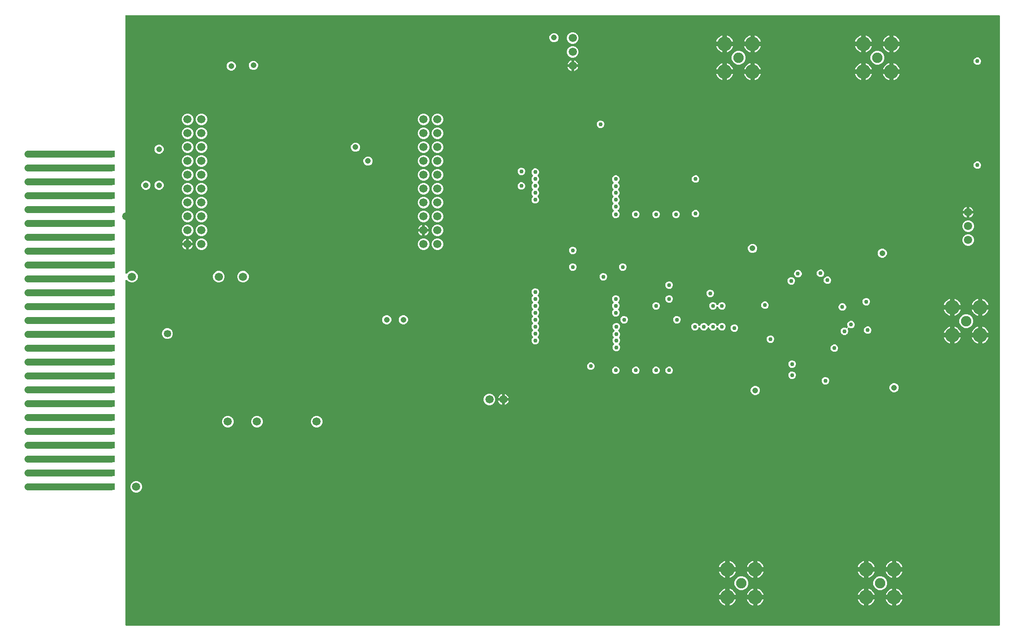
<source format=gbr>
G04 EAGLE Gerber RS-274X export*
G75*
%MOMM*%
%FSLAX34Y34*%
%LPD*%
%INCopper Layer 2*%
%IPPOS*%
%AMOC8*
5,1,8,0,0,1.08239X$1,22.5*%
G01*
%ADD10C,1.270000*%
%ADD11R,0.635000X1.270000*%
%ADD12C,1.508000*%
%ADD13C,1.905000*%
%ADD14C,2.667000*%
%ADD15C,1.350000*%
%ADD16C,1.500000*%
%ADD17C,0.756400*%
%ADD18C,1.056400*%

G36*
X1636794Y12195D02*
X1636794Y12195D01*
X1636812Y12193D01*
X1636994Y12214D01*
X1637177Y12233D01*
X1637194Y12238D01*
X1637211Y12240D01*
X1637386Y12297D01*
X1637562Y12351D01*
X1637577Y12359D01*
X1637594Y12365D01*
X1637754Y12455D01*
X1637916Y12543D01*
X1637929Y12554D01*
X1637945Y12563D01*
X1638084Y12683D01*
X1638225Y12800D01*
X1638236Y12814D01*
X1638250Y12826D01*
X1638362Y12971D01*
X1638477Y13114D01*
X1638485Y13130D01*
X1638496Y13144D01*
X1638578Y13309D01*
X1638663Y13471D01*
X1638668Y13488D01*
X1638676Y13504D01*
X1638723Y13683D01*
X1638774Y13858D01*
X1638776Y13876D01*
X1638780Y13893D01*
X1638807Y14224D01*
X1638807Y1128776D01*
X1638805Y1128794D01*
X1638807Y1128812D01*
X1638786Y1128994D01*
X1638767Y1129177D01*
X1638762Y1129194D01*
X1638760Y1129211D01*
X1638703Y1129386D01*
X1638649Y1129562D01*
X1638641Y1129577D01*
X1638635Y1129594D01*
X1638545Y1129754D01*
X1638457Y1129916D01*
X1638446Y1129929D01*
X1638437Y1129945D01*
X1638317Y1130084D01*
X1638200Y1130225D01*
X1638186Y1130236D01*
X1638174Y1130250D01*
X1638029Y1130362D01*
X1637886Y1130477D01*
X1637870Y1130485D01*
X1637856Y1130496D01*
X1637691Y1130578D01*
X1637529Y1130663D01*
X1637512Y1130668D01*
X1637496Y1130676D01*
X1637317Y1130723D01*
X1637142Y1130774D01*
X1637124Y1130776D01*
X1637107Y1130780D01*
X1636776Y1130807D01*
X40640Y1130807D01*
X40622Y1130805D01*
X40604Y1130807D01*
X40422Y1130786D01*
X40239Y1130767D01*
X40222Y1130762D01*
X40205Y1130760D01*
X40030Y1130703D01*
X39854Y1130649D01*
X39839Y1130641D01*
X39822Y1130635D01*
X39662Y1130545D01*
X39500Y1130457D01*
X39487Y1130446D01*
X39471Y1130437D01*
X39332Y1130317D01*
X39191Y1130200D01*
X39180Y1130186D01*
X39167Y1130174D01*
X39054Y1130029D01*
X38939Y1129886D01*
X38931Y1129870D01*
X38920Y1129856D01*
X38838Y1129691D01*
X38753Y1129529D01*
X38748Y1129512D01*
X38740Y1129496D01*
X38693Y1129317D01*
X38642Y1129142D01*
X38640Y1129124D01*
X38636Y1129107D01*
X38609Y1128776D01*
X38609Y659141D01*
X38610Y659132D01*
X38609Y659123D01*
X38630Y658931D01*
X38649Y658740D01*
X38651Y658732D01*
X38652Y658723D01*
X38710Y658540D01*
X38767Y658355D01*
X38771Y658347D01*
X38774Y658339D01*
X38867Y658170D01*
X38959Y658001D01*
X38964Y657994D01*
X38969Y657987D01*
X39093Y657840D01*
X39216Y657692D01*
X39223Y657686D01*
X39229Y657680D01*
X39380Y657561D01*
X39530Y657440D01*
X39538Y657435D01*
X39545Y657430D01*
X39718Y657342D01*
X39887Y657254D01*
X39896Y657252D01*
X39904Y657248D01*
X40090Y657196D01*
X40274Y657143D01*
X40283Y657142D01*
X40292Y657140D01*
X40485Y657125D01*
X40676Y657110D01*
X40684Y657111D01*
X40693Y657110D01*
X40886Y657135D01*
X41075Y657157D01*
X41084Y657159D01*
X41093Y657161D01*
X41276Y657222D01*
X41458Y657282D01*
X41466Y657286D01*
X41474Y657289D01*
X41640Y657384D01*
X41809Y657479D01*
X41816Y657485D01*
X41823Y657490D01*
X42076Y657704D01*
X44825Y660453D01*
X48702Y662059D01*
X52898Y662059D01*
X56775Y660453D01*
X59743Y657485D01*
X61349Y653608D01*
X61349Y649412D01*
X59743Y645535D01*
X56775Y642567D01*
X52898Y640961D01*
X48702Y640961D01*
X44825Y642567D01*
X42076Y645316D01*
X42069Y645321D01*
X42064Y645328D01*
X41914Y645448D01*
X41765Y645571D01*
X41757Y645575D01*
X41750Y645580D01*
X41580Y645669D01*
X41409Y645759D01*
X41401Y645762D01*
X41393Y645766D01*
X41208Y645819D01*
X41023Y645874D01*
X41014Y645875D01*
X41006Y645877D01*
X40815Y645893D01*
X40622Y645910D01*
X40613Y645909D01*
X40604Y645910D01*
X40415Y645888D01*
X40222Y645867D01*
X40213Y645864D01*
X40205Y645863D01*
X40023Y645804D01*
X39838Y645746D01*
X39830Y645741D01*
X39822Y645738D01*
X39653Y645643D01*
X39486Y645551D01*
X39479Y645545D01*
X39471Y645541D01*
X39325Y645415D01*
X39179Y645290D01*
X39173Y645283D01*
X39167Y645277D01*
X39049Y645126D01*
X38929Y644974D01*
X38925Y644966D01*
X38920Y644959D01*
X38834Y644787D01*
X38747Y644615D01*
X38744Y644607D01*
X38740Y644599D01*
X38690Y644413D01*
X38639Y644227D01*
X38638Y644219D01*
X38636Y644210D01*
X38609Y643879D01*
X38609Y14224D01*
X38611Y14206D01*
X38609Y14188D01*
X38630Y14006D01*
X38649Y13823D01*
X38654Y13806D01*
X38656Y13789D01*
X38713Y13614D01*
X38767Y13438D01*
X38775Y13423D01*
X38781Y13406D01*
X38871Y13246D01*
X38959Y13084D01*
X38970Y13071D01*
X38979Y13055D01*
X39099Y12916D01*
X39216Y12775D01*
X39230Y12764D01*
X39242Y12750D01*
X39387Y12638D01*
X39530Y12523D01*
X39546Y12515D01*
X39560Y12504D01*
X39725Y12422D01*
X39887Y12337D01*
X39904Y12332D01*
X39921Y12324D01*
X40099Y12277D01*
X40274Y12226D01*
X40292Y12224D01*
X40309Y12220D01*
X40640Y12193D01*
X1636776Y12193D01*
X1636794Y12195D01*
G37*
%LPC*%
G36*
X787311Y527839D02*
X787311Y527839D01*
X784801Y528879D01*
X782879Y530801D01*
X781839Y533311D01*
X781839Y536029D01*
X782879Y538539D01*
X783924Y539584D01*
X783935Y539597D01*
X783948Y539609D01*
X784063Y539754D01*
X784179Y539895D01*
X784187Y539911D01*
X784198Y539925D01*
X784281Y540089D01*
X784367Y540251D01*
X784372Y540268D01*
X784380Y540284D01*
X784430Y540460D01*
X784482Y540637D01*
X784484Y540655D01*
X784488Y540672D01*
X784502Y540855D01*
X784518Y541038D01*
X784517Y541056D01*
X784518Y541073D01*
X784495Y541255D01*
X784475Y541438D01*
X784470Y541455D01*
X784467Y541473D01*
X784409Y541646D01*
X784354Y541822D01*
X784345Y541838D01*
X784339Y541854D01*
X784248Y542013D01*
X784159Y542174D01*
X784147Y542188D01*
X784138Y542203D01*
X783924Y542456D01*
X782879Y543501D01*
X781839Y546011D01*
X781839Y548729D01*
X782879Y551239D01*
X783924Y552284D01*
X783935Y552297D01*
X783948Y552309D01*
X784063Y552454D01*
X784179Y552595D01*
X784187Y552611D01*
X784198Y552625D01*
X784281Y552789D01*
X784367Y552951D01*
X784372Y552968D01*
X784380Y552984D01*
X784430Y553160D01*
X784482Y553337D01*
X784484Y553355D01*
X784488Y553372D01*
X784502Y553555D01*
X784518Y553738D01*
X784517Y553756D01*
X784518Y553773D01*
X784495Y553955D01*
X784475Y554138D01*
X784470Y554155D01*
X784467Y554173D01*
X784409Y554346D01*
X784354Y554522D01*
X784345Y554538D01*
X784339Y554554D01*
X784248Y554713D01*
X784159Y554874D01*
X784147Y554888D01*
X784138Y554903D01*
X783924Y555156D01*
X782879Y556201D01*
X781839Y558711D01*
X781839Y561429D01*
X782879Y563939D01*
X783924Y564984D01*
X783935Y564998D01*
X783949Y565009D01*
X784062Y565153D01*
X784179Y565295D01*
X784187Y565311D01*
X784198Y565325D01*
X784281Y565489D01*
X784367Y565651D01*
X784372Y565668D01*
X784380Y565684D01*
X784430Y565861D01*
X784482Y566037D01*
X784484Y566055D01*
X784488Y566072D01*
X784502Y566255D01*
X784518Y566438D01*
X784517Y566456D01*
X784518Y566473D01*
X784495Y566655D01*
X784475Y566838D01*
X784470Y566855D01*
X784467Y566873D01*
X784409Y567047D01*
X784354Y567222D01*
X784345Y567238D01*
X784339Y567254D01*
X784248Y567413D01*
X784159Y567574D01*
X784147Y567588D01*
X784138Y567603D01*
X783924Y567856D01*
X782879Y568901D01*
X781839Y571411D01*
X781839Y574129D01*
X782879Y576639D01*
X783924Y577684D01*
X783935Y577697D01*
X783948Y577709D01*
X784063Y577854D01*
X784179Y577995D01*
X784187Y578011D01*
X784198Y578025D01*
X784281Y578189D01*
X784367Y578351D01*
X784372Y578368D01*
X784380Y578384D01*
X784430Y578560D01*
X784482Y578737D01*
X784484Y578755D01*
X784488Y578772D01*
X784502Y578955D01*
X784518Y579138D01*
X784517Y579156D01*
X784518Y579173D01*
X784495Y579355D01*
X784475Y579538D01*
X784470Y579555D01*
X784467Y579573D01*
X784410Y579745D01*
X784354Y579922D01*
X784345Y579938D01*
X784339Y579954D01*
X784248Y580113D01*
X784159Y580274D01*
X784147Y580288D01*
X784138Y580303D01*
X783924Y580556D01*
X782879Y581601D01*
X781839Y584111D01*
X781839Y586829D01*
X782879Y589339D01*
X783924Y590384D01*
X783935Y590398D01*
X783949Y590409D01*
X784062Y590553D01*
X784179Y590695D01*
X784187Y590711D01*
X784198Y590725D01*
X784281Y590889D01*
X784367Y591051D01*
X784372Y591068D01*
X784380Y591084D01*
X784430Y591261D01*
X784482Y591437D01*
X784484Y591455D01*
X784488Y591472D01*
X784502Y591655D01*
X784518Y591838D01*
X784517Y591856D01*
X784518Y591873D01*
X784495Y592055D01*
X784475Y592238D01*
X784470Y592255D01*
X784467Y592273D01*
X784409Y592447D01*
X784354Y592622D01*
X784345Y592638D01*
X784339Y592654D01*
X784248Y592813D01*
X784159Y592974D01*
X784147Y592988D01*
X784138Y593003D01*
X783924Y593256D01*
X782879Y594301D01*
X781839Y596811D01*
X781839Y599529D01*
X782879Y602039D01*
X783924Y603084D01*
X783935Y603097D01*
X783948Y603109D01*
X784063Y603254D01*
X784179Y603395D01*
X784187Y603411D01*
X784198Y603425D01*
X784281Y603589D01*
X784367Y603751D01*
X784372Y603768D01*
X784380Y603784D01*
X784430Y603960D01*
X784482Y604137D01*
X784484Y604155D01*
X784488Y604172D01*
X784502Y604355D01*
X784518Y604538D01*
X784517Y604556D01*
X784518Y604573D01*
X784495Y604755D01*
X784475Y604938D01*
X784470Y604955D01*
X784467Y604973D01*
X784409Y605146D01*
X784354Y605322D01*
X784345Y605338D01*
X784339Y605354D01*
X784248Y605513D01*
X784159Y605674D01*
X784147Y605688D01*
X784138Y605703D01*
X783924Y605956D01*
X782879Y607001D01*
X781839Y609511D01*
X781839Y612229D01*
X782879Y614739D01*
X783924Y615784D01*
X783935Y615798D01*
X783949Y615809D01*
X784062Y615953D01*
X784179Y616095D01*
X784187Y616111D01*
X784198Y616125D01*
X784281Y616289D01*
X784367Y616451D01*
X784372Y616468D01*
X784380Y616484D01*
X784430Y616661D01*
X784482Y616837D01*
X784484Y616855D01*
X784488Y616872D01*
X784502Y617055D01*
X784518Y617238D01*
X784517Y617256D01*
X784518Y617273D01*
X784495Y617455D01*
X784475Y617638D01*
X784470Y617655D01*
X784467Y617673D01*
X784409Y617847D01*
X784354Y618022D01*
X784345Y618038D01*
X784339Y618054D01*
X784248Y618213D01*
X784159Y618374D01*
X784147Y618388D01*
X784138Y618403D01*
X783924Y618656D01*
X782879Y619701D01*
X781839Y622211D01*
X781839Y624929D01*
X782879Y627439D01*
X784801Y629361D01*
X787311Y630401D01*
X790029Y630401D01*
X792539Y629361D01*
X794461Y627439D01*
X795501Y624929D01*
X795501Y622211D01*
X794461Y619701D01*
X793416Y618656D01*
X793405Y618643D01*
X793392Y618631D01*
X793277Y618486D01*
X793161Y618345D01*
X793153Y618329D01*
X793142Y618315D01*
X793059Y618151D01*
X792973Y617989D01*
X792968Y617972D01*
X792960Y617956D01*
X792910Y617779D01*
X792858Y617603D01*
X792856Y617585D01*
X792852Y617568D01*
X792838Y617385D01*
X792822Y617202D01*
X792823Y617184D01*
X792822Y617167D01*
X792845Y616985D01*
X792865Y616802D01*
X792870Y616785D01*
X792873Y616767D01*
X792931Y616594D01*
X792986Y616418D01*
X792995Y616402D01*
X793001Y616386D01*
X793092Y616227D01*
X793181Y616066D01*
X793193Y616052D01*
X793202Y616037D01*
X793416Y615784D01*
X794461Y614739D01*
X795501Y612229D01*
X795501Y609511D01*
X794461Y607001D01*
X793416Y605956D01*
X793405Y605942D01*
X793391Y605931D01*
X793278Y605787D01*
X793161Y605645D01*
X793153Y605629D01*
X793142Y605615D01*
X793059Y605451D01*
X792973Y605289D01*
X792968Y605272D01*
X792960Y605256D01*
X792910Y605079D01*
X792858Y604903D01*
X792856Y604885D01*
X792852Y604868D01*
X792838Y604685D01*
X792822Y604502D01*
X792823Y604484D01*
X792822Y604467D01*
X792845Y604285D01*
X792865Y604102D01*
X792870Y604085D01*
X792873Y604067D01*
X792931Y603893D01*
X792986Y603718D01*
X792995Y603702D01*
X793001Y603686D01*
X793092Y603526D01*
X793181Y603366D01*
X793193Y603352D01*
X793202Y603337D01*
X793416Y603084D01*
X794461Y602039D01*
X795501Y599529D01*
X795501Y596811D01*
X794461Y594301D01*
X793416Y593256D01*
X793405Y593243D01*
X793392Y593231D01*
X793277Y593086D01*
X793161Y592945D01*
X793153Y592929D01*
X793142Y592915D01*
X793059Y592751D01*
X792973Y592589D01*
X792968Y592572D01*
X792960Y592556D01*
X792910Y592379D01*
X792858Y592203D01*
X792856Y592185D01*
X792852Y592168D01*
X792838Y591985D01*
X792822Y591802D01*
X792823Y591784D01*
X792822Y591767D01*
X792845Y591585D01*
X792865Y591402D01*
X792870Y591385D01*
X792873Y591367D01*
X792931Y591194D01*
X792986Y591018D01*
X792995Y591002D01*
X793001Y590986D01*
X793092Y590827D01*
X793181Y590666D01*
X793193Y590652D01*
X793202Y590637D01*
X793416Y590384D01*
X794461Y589339D01*
X795501Y586829D01*
X795501Y584111D01*
X794461Y581601D01*
X793416Y580556D01*
X793405Y580542D01*
X793391Y580531D01*
X793277Y580386D01*
X793161Y580245D01*
X793153Y580229D01*
X793142Y580215D01*
X793059Y580051D01*
X792973Y579889D01*
X792968Y579872D01*
X792960Y579856D01*
X792910Y579679D01*
X792858Y579503D01*
X792856Y579485D01*
X792852Y579468D01*
X792838Y579285D01*
X792822Y579102D01*
X792823Y579084D01*
X792822Y579067D01*
X792845Y578884D01*
X792865Y578702D01*
X792870Y578685D01*
X792873Y578667D01*
X792931Y578493D01*
X792986Y578318D01*
X792995Y578302D01*
X793001Y578286D01*
X793092Y578127D01*
X793181Y577966D01*
X793193Y577952D01*
X793202Y577937D01*
X793416Y577684D01*
X794461Y576639D01*
X795501Y574129D01*
X795501Y571411D01*
X794461Y568901D01*
X793416Y567856D01*
X793405Y567843D01*
X793392Y567831D01*
X793277Y567686D01*
X793161Y567545D01*
X793153Y567529D01*
X793142Y567515D01*
X793059Y567351D01*
X792973Y567189D01*
X792968Y567172D01*
X792960Y567156D01*
X792910Y566979D01*
X792858Y566803D01*
X792856Y566785D01*
X792852Y566768D01*
X792838Y566585D01*
X792822Y566402D01*
X792823Y566384D01*
X792822Y566367D01*
X792845Y566185D01*
X792865Y566002D01*
X792870Y565985D01*
X792873Y565967D01*
X792931Y565794D01*
X792986Y565618D01*
X792995Y565602D01*
X793001Y565586D01*
X793092Y565427D01*
X793181Y565266D01*
X793193Y565252D01*
X793202Y565237D01*
X793416Y564984D01*
X794461Y563939D01*
X795501Y561429D01*
X795501Y558711D01*
X794461Y556201D01*
X793416Y555156D01*
X793405Y555142D01*
X793391Y555131D01*
X793278Y554987D01*
X793161Y554845D01*
X793153Y554829D01*
X793142Y554815D01*
X793058Y554650D01*
X792973Y554489D01*
X792968Y554472D01*
X792960Y554456D01*
X792910Y554279D01*
X792858Y554103D01*
X792856Y554085D01*
X792852Y554068D01*
X792838Y553885D01*
X792822Y553702D01*
X792823Y553684D01*
X792822Y553667D01*
X792845Y553485D01*
X792865Y553302D01*
X792870Y553285D01*
X792873Y553267D01*
X792931Y553093D01*
X792986Y552918D01*
X792995Y552902D01*
X793001Y552886D01*
X793092Y552727D01*
X793181Y552566D01*
X793193Y552552D01*
X793202Y552537D01*
X793416Y552284D01*
X794461Y551239D01*
X795501Y548729D01*
X795501Y546011D01*
X794461Y543501D01*
X793416Y542456D01*
X793405Y542442D01*
X793391Y542431D01*
X793278Y542287D01*
X793161Y542145D01*
X793153Y542129D01*
X793142Y542115D01*
X793059Y541951D01*
X792973Y541789D01*
X792968Y541772D01*
X792960Y541756D01*
X792910Y541579D01*
X792858Y541403D01*
X792856Y541385D01*
X792852Y541368D01*
X792838Y541185D01*
X792822Y541002D01*
X792823Y540984D01*
X792822Y540967D01*
X792845Y540785D01*
X792865Y540602D01*
X792870Y540585D01*
X792873Y540567D01*
X792931Y540393D01*
X792986Y540218D01*
X792995Y540202D01*
X793001Y540186D01*
X793092Y540027D01*
X793181Y539866D01*
X793193Y539852D01*
X793202Y539837D01*
X793416Y539584D01*
X794461Y538539D01*
X795501Y536029D01*
X795501Y533311D01*
X794461Y530801D01*
X792539Y528879D01*
X790350Y527972D01*
X790029Y527839D01*
X787311Y527839D01*
G37*
%LPD*%
%LPC*%
G36*
X934631Y758979D02*
X934631Y758979D01*
X932121Y760019D01*
X930199Y761941D01*
X929159Y764451D01*
X929159Y767169D01*
X930199Y769679D01*
X931879Y771359D01*
X931890Y771373D01*
X931904Y771384D01*
X932018Y771528D01*
X932134Y771670D01*
X932142Y771686D01*
X932153Y771700D01*
X932236Y771864D01*
X932322Y772026D01*
X932327Y772043D01*
X932335Y772059D01*
X932385Y772236D01*
X932437Y772412D01*
X932439Y772430D01*
X932443Y772447D01*
X932457Y772630D01*
X932473Y772813D01*
X932472Y772831D01*
X932473Y772848D01*
X932450Y773030D01*
X932430Y773213D01*
X932425Y773230D01*
X932422Y773248D01*
X932364Y773422D01*
X932309Y773597D01*
X932300Y773613D01*
X932294Y773629D01*
X932203Y773788D01*
X932114Y773949D01*
X932102Y773963D01*
X932093Y773978D01*
X931879Y774231D01*
X930199Y775911D01*
X929159Y778421D01*
X929159Y781139D01*
X930199Y783649D01*
X931244Y784694D01*
X931255Y784707D01*
X931268Y784719D01*
X931383Y784864D01*
X931499Y785005D01*
X931507Y785021D01*
X931518Y785035D01*
X931601Y785199D01*
X931687Y785361D01*
X931692Y785378D01*
X931700Y785394D01*
X931750Y785570D01*
X931802Y785747D01*
X931804Y785765D01*
X931808Y785782D01*
X931822Y785965D01*
X931838Y786148D01*
X931837Y786166D01*
X931838Y786183D01*
X931815Y786365D01*
X931795Y786548D01*
X931790Y786565D01*
X931787Y786583D01*
X931729Y786756D01*
X931674Y786932D01*
X931665Y786948D01*
X931659Y786964D01*
X931568Y787123D01*
X931479Y787284D01*
X931467Y787298D01*
X931458Y787313D01*
X931244Y787566D01*
X930199Y788611D01*
X929159Y791121D01*
X929159Y793839D01*
X930199Y796349D01*
X931244Y797394D01*
X931255Y797407D01*
X931268Y797419D01*
X931383Y797564D01*
X931499Y797705D01*
X931507Y797721D01*
X931518Y797735D01*
X931601Y797899D01*
X931687Y798061D01*
X931692Y798078D01*
X931700Y798094D01*
X931750Y798270D01*
X931802Y798447D01*
X931804Y798465D01*
X931808Y798482D01*
X931822Y798665D01*
X931838Y798848D01*
X931837Y798866D01*
X931838Y798883D01*
X931815Y799065D01*
X931795Y799248D01*
X931790Y799265D01*
X931787Y799283D01*
X931729Y799456D01*
X931674Y799632D01*
X931665Y799648D01*
X931659Y799664D01*
X931568Y799823D01*
X931479Y799984D01*
X931467Y799998D01*
X931458Y800013D01*
X931244Y800266D01*
X930199Y801311D01*
X929159Y803821D01*
X929159Y806539D01*
X930199Y809049D01*
X931117Y809967D01*
X931128Y809980D01*
X931141Y809992D01*
X931255Y810135D01*
X931372Y810278D01*
X931380Y810294D01*
X931391Y810308D01*
X931474Y810472D01*
X931560Y810634D01*
X931565Y810651D01*
X931573Y810667D01*
X931623Y810844D01*
X931675Y811020D01*
X931677Y811038D01*
X931681Y811055D01*
X931695Y811238D01*
X931711Y811421D01*
X931710Y811439D01*
X931711Y811456D01*
X931688Y811638D01*
X931668Y811821D01*
X931663Y811838D01*
X931660Y811856D01*
X931602Y812029D01*
X931547Y812205D01*
X931538Y812221D01*
X931532Y812237D01*
X931441Y812396D01*
X931352Y812557D01*
X931340Y812571D01*
X931331Y812586D01*
X931117Y812839D01*
X930199Y813757D01*
X929159Y816267D01*
X929159Y818985D01*
X930199Y821495D01*
X931371Y822667D01*
X931382Y822680D01*
X931395Y822692D01*
X931510Y822837D01*
X931626Y822978D01*
X931634Y822994D01*
X931645Y823008D01*
X931728Y823172D01*
X931814Y823334D01*
X931819Y823351D01*
X931827Y823367D01*
X931877Y823543D01*
X931929Y823720D01*
X931931Y823738D01*
X931935Y823755D01*
X931949Y823938D01*
X931965Y824121D01*
X931964Y824139D01*
X931965Y824156D01*
X931942Y824338D01*
X931922Y824521D01*
X931917Y824538D01*
X931914Y824556D01*
X931856Y824728D01*
X931801Y824905D01*
X931792Y824921D01*
X931786Y824937D01*
X931695Y825096D01*
X931606Y825257D01*
X931594Y825271D01*
X931585Y825286D01*
X931371Y825539D01*
X930199Y826711D01*
X929159Y829221D01*
X929159Y831939D01*
X930199Y834449D01*
X932121Y836371D01*
X933732Y837038D01*
X934631Y837411D01*
X937349Y837411D01*
X939859Y836371D01*
X941781Y834449D01*
X942821Y831939D01*
X942821Y829221D01*
X941781Y826711D01*
X940609Y825539D01*
X940598Y825525D01*
X940584Y825514D01*
X940470Y825370D01*
X940354Y825228D01*
X940346Y825212D01*
X940335Y825198D01*
X940252Y825034D01*
X940166Y824872D01*
X940161Y824855D01*
X940153Y824839D01*
X940103Y824662D01*
X940051Y824486D01*
X940049Y824468D01*
X940045Y824451D01*
X940031Y824268D01*
X940015Y824085D01*
X940016Y824067D01*
X940015Y824050D01*
X940038Y823868D01*
X940058Y823685D01*
X940063Y823668D01*
X940066Y823650D01*
X940124Y823476D01*
X940179Y823301D01*
X940188Y823285D01*
X940194Y823269D01*
X940285Y823110D01*
X940374Y822949D01*
X940386Y822935D01*
X940395Y822920D01*
X940609Y822667D01*
X941781Y821495D01*
X942821Y818985D01*
X942821Y816267D01*
X941781Y813757D01*
X940863Y812839D01*
X940852Y812825D01*
X940838Y812814D01*
X940725Y812670D01*
X940608Y812528D01*
X940600Y812512D01*
X940589Y812498D01*
X940506Y812334D01*
X940420Y812172D01*
X940415Y812155D01*
X940407Y812139D01*
X940357Y811962D01*
X940305Y811786D01*
X940303Y811768D01*
X940299Y811751D01*
X940285Y811568D01*
X940269Y811385D01*
X940270Y811367D01*
X940269Y811350D01*
X940292Y811168D01*
X940312Y810985D01*
X940317Y810968D01*
X940320Y810950D01*
X940378Y810776D01*
X940433Y810601D01*
X940442Y810585D01*
X940448Y810569D01*
X940539Y810410D01*
X940628Y810249D01*
X940640Y810235D01*
X940649Y810220D01*
X940863Y809967D01*
X941781Y809049D01*
X942821Y806539D01*
X942821Y803821D01*
X941781Y801311D01*
X940736Y800266D01*
X940725Y800252D01*
X940711Y800241D01*
X940598Y800097D01*
X940481Y799955D01*
X940473Y799939D01*
X940462Y799925D01*
X940379Y799761D01*
X940293Y799599D01*
X940288Y799582D01*
X940280Y799566D01*
X940230Y799389D01*
X940178Y799213D01*
X940176Y799195D01*
X940172Y799178D01*
X940158Y798995D01*
X940142Y798812D01*
X940143Y798794D01*
X940142Y798777D01*
X940165Y798595D01*
X940185Y798412D01*
X940190Y798395D01*
X940193Y798377D01*
X940251Y798203D01*
X940306Y798028D01*
X940315Y798012D01*
X940321Y797996D01*
X940412Y797837D01*
X940501Y797676D01*
X940513Y797662D01*
X940522Y797647D01*
X940736Y797394D01*
X941781Y796349D01*
X942821Y793839D01*
X942821Y791121D01*
X941781Y788611D01*
X940736Y787566D01*
X940725Y787552D01*
X940711Y787541D01*
X940598Y787397D01*
X940481Y787255D01*
X940473Y787239D01*
X940462Y787225D01*
X940379Y787061D01*
X940293Y786899D01*
X940288Y786882D01*
X940280Y786866D01*
X940230Y786689D01*
X940178Y786513D01*
X940176Y786495D01*
X940172Y786478D01*
X940158Y786294D01*
X940142Y786112D01*
X940143Y786094D01*
X940142Y786077D01*
X940165Y785895D01*
X940185Y785712D01*
X940190Y785695D01*
X940193Y785677D01*
X940251Y785503D01*
X940306Y785328D01*
X940315Y785312D01*
X940321Y785296D01*
X940412Y785137D01*
X940501Y784976D01*
X940513Y784962D01*
X940522Y784947D01*
X940736Y784694D01*
X941781Y783649D01*
X942821Y781139D01*
X942821Y778421D01*
X941781Y775911D01*
X940101Y774231D01*
X940090Y774218D01*
X940077Y774206D01*
X939963Y774062D01*
X939846Y773920D01*
X939838Y773904D01*
X939827Y773890D01*
X939744Y773726D01*
X939658Y773564D01*
X939653Y773547D01*
X939645Y773531D01*
X939595Y773354D01*
X939543Y773178D01*
X939541Y773160D01*
X939537Y773143D01*
X939523Y772960D01*
X939507Y772777D01*
X939508Y772759D01*
X939507Y772742D01*
X939530Y772560D01*
X939550Y772377D01*
X939555Y772360D01*
X939558Y772342D01*
X939616Y772169D01*
X939671Y771993D01*
X939680Y771977D01*
X939686Y771961D01*
X939777Y771802D01*
X939866Y771641D01*
X939878Y771627D01*
X939887Y771612D01*
X940101Y771359D01*
X941781Y769679D01*
X942821Y767169D01*
X942821Y764451D01*
X941781Y761941D01*
X939859Y760019D01*
X938690Y759535D01*
X937349Y758979D01*
X934631Y758979D01*
G37*
%LPD*%
%LPC*%
G36*
X787311Y785649D02*
X787311Y785649D01*
X784801Y786689D01*
X782879Y788611D01*
X781839Y791121D01*
X781839Y793839D01*
X782879Y796349D01*
X783924Y797394D01*
X783935Y797407D01*
X783948Y797419D01*
X784063Y797564D01*
X784179Y797705D01*
X784187Y797721D01*
X784198Y797735D01*
X784281Y797899D01*
X784367Y798061D01*
X784372Y798078D01*
X784380Y798094D01*
X784430Y798270D01*
X784482Y798447D01*
X784484Y798465D01*
X784488Y798482D01*
X784502Y798665D01*
X784518Y798848D01*
X784517Y798866D01*
X784518Y798883D01*
X784495Y799065D01*
X784475Y799248D01*
X784470Y799265D01*
X784467Y799283D01*
X784409Y799456D01*
X784354Y799632D01*
X784345Y799648D01*
X784339Y799664D01*
X784248Y799823D01*
X784159Y799984D01*
X784147Y799998D01*
X784138Y800013D01*
X783924Y800266D01*
X782879Y801311D01*
X781839Y803821D01*
X781839Y806539D01*
X782879Y809049D01*
X783924Y810094D01*
X783935Y810107D01*
X783948Y810119D01*
X784063Y810264D01*
X784179Y810405D01*
X784187Y810421D01*
X784198Y810435D01*
X784281Y810599D01*
X784367Y810761D01*
X784372Y810778D01*
X784380Y810794D01*
X784430Y810970D01*
X784482Y811147D01*
X784484Y811165D01*
X784488Y811182D01*
X784502Y811365D01*
X784518Y811548D01*
X784517Y811566D01*
X784518Y811583D01*
X784495Y811765D01*
X784475Y811948D01*
X784470Y811965D01*
X784467Y811983D01*
X784409Y812155D01*
X784354Y812332D01*
X784345Y812348D01*
X784339Y812364D01*
X784248Y812523D01*
X784159Y812684D01*
X784147Y812698D01*
X784138Y812713D01*
X783924Y812966D01*
X782879Y814011D01*
X781839Y816521D01*
X781839Y819239D01*
X782879Y821749D01*
X783924Y822794D01*
X783935Y822807D01*
X783948Y822819D01*
X784063Y822964D01*
X784179Y823105D01*
X784187Y823121D01*
X784198Y823135D01*
X784281Y823299D01*
X784367Y823461D01*
X784372Y823478D01*
X784380Y823494D01*
X784430Y823670D01*
X784482Y823847D01*
X784484Y823865D01*
X784488Y823882D01*
X784502Y824065D01*
X784518Y824248D01*
X784517Y824266D01*
X784518Y824283D01*
X784495Y824465D01*
X784475Y824648D01*
X784470Y824665D01*
X784467Y824683D01*
X784409Y824856D01*
X784354Y825032D01*
X784345Y825048D01*
X784339Y825064D01*
X784248Y825223D01*
X784159Y825384D01*
X784147Y825398D01*
X784138Y825413D01*
X783924Y825666D01*
X782879Y826711D01*
X781839Y829221D01*
X781839Y831939D01*
X782879Y834449D01*
X783924Y835494D01*
X783935Y835508D01*
X783949Y835519D01*
X784062Y835663D01*
X784179Y835805D01*
X784187Y835821D01*
X784198Y835835D01*
X784281Y835999D01*
X784367Y836161D01*
X784372Y836178D01*
X784380Y836194D01*
X784430Y836371D01*
X784482Y836547D01*
X784484Y836565D01*
X784488Y836582D01*
X784502Y836765D01*
X784518Y836948D01*
X784517Y836966D01*
X784518Y836983D01*
X784495Y837165D01*
X784475Y837348D01*
X784470Y837365D01*
X784467Y837383D01*
X784409Y837557D01*
X784354Y837732D01*
X784345Y837748D01*
X784339Y837764D01*
X784248Y837923D01*
X784159Y838084D01*
X784147Y838098D01*
X784138Y838113D01*
X783924Y838366D01*
X782879Y839411D01*
X781839Y841921D01*
X781839Y844639D01*
X782879Y847149D01*
X784801Y849071D01*
X785175Y849226D01*
X787311Y850111D01*
X790029Y850111D01*
X792539Y849071D01*
X794461Y847149D01*
X795501Y844639D01*
X795501Y841921D01*
X794461Y839411D01*
X793416Y838366D01*
X793405Y838353D01*
X793392Y838341D01*
X793277Y838196D01*
X793161Y838055D01*
X793153Y838039D01*
X793142Y838025D01*
X793059Y837861D01*
X792973Y837699D01*
X792968Y837682D01*
X792960Y837666D01*
X792910Y837489D01*
X792858Y837313D01*
X792856Y837295D01*
X792852Y837278D01*
X792838Y837094D01*
X792822Y836912D01*
X792823Y836894D01*
X792822Y836877D01*
X792845Y836695D01*
X792865Y836512D01*
X792870Y836495D01*
X792873Y836477D01*
X792931Y836304D01*
X792986Y836128D01*
X792995Y836112D01*
X793001Y836096D01*
X793092Y835937D01*
X793181Y835776D01*
X793193Y835762D01*
X793202Y835747D01*
X793416Y835494D01*
X794461Y834449D01*
X795501Y831939D01*
X795501Y829221D01*
X794461Y826711D01*
X793416Y825666D01*
X793405Y825652D01*
X793391Y825641D01*
X793278Y825497D01*
X793161Y825355D01*
X793153Y825339D01*
X793142Y825325D01*
X793059Y825161D01*
X792973Y824999D01*
X792968Y824982D01*
X792960Y824966D01*
X792910Y824789D01*
X792858Y824613D01*
X792856Y824595D01*
X792852Y824578D01*
X792838Y824395D01*
X792822Y824212D01*
X792823Y824194D01*
X792822Y824177D01*
X792845Y823995D01*
X792865Y823812D01*
X792870Y823795D01*
X792873Y823777D01*
X792931Y823603D01*
X792986Y823428D01*
X792995Y823412D01*
X793001Y823396D01*
X793092Y823237D01*
X793181Y823076D01*
X793193Y823062D01*
X793202Y823047D01*
X793416Y822794D01*
X794461Y821749D01*
X795501Y819239D01*
X795501Y816521D01*
X794461Y814011D01*
X793416Y812966D01*
X793405Y812952D01*
X793391Y812941D01*
X793278Y812797D01*
X793161Y812655D01*
X793153Y812639D01*
X793142Y812625D01*
X793059Y812461D01*
X792973Y812299D01*
X792968Y812282D01*
X792960Y812266D01*
X792910Y812089D01*
X792858Y811913D01*
X792856Y811895D01*
X792852Y811878D01*
X792838Y811694D01*
X792822Y811512D01*
X792823Y811494D01*
X792822Y811477D01*
X792845Y811294D01*
X792865Y811112D01*
X792870Y811095D01*
X792873Y811077D01*
X792931Y810903D01*
X792986Y810728D01*
X792995Y810712D01*
X793001Y810696D01*
X793092Y810537D01*
X793181Y810376D01*
X793193Y810362D01*
X793202Y810347D01*
X793416Y810094D01*
X794461Y809049D01*
X795501Y806539D01*
X795501Y803821D01*
X794461Y801311D01*
X793416Y800266D01*
X793405Y800252D01*
X793391Y800241D01*
X793278Y800097D01*
X793161Y799955D01*
X793153Y799939D01*
X793142Y799925D01*
X793059Y799761D01*
X792973Y799599D01*
X792968Y799582D01*
X792960Y799566D01*
X792910Y799389D01*
X792858Y799213D01*
X792856Y799195D01*
X792852Y799178D01*
X792838Y798995D01*
X792822Y798812D01*
X792823Y798794D01*
X792822Y798777D01*
X792845Y798595D01*
X792865Y798412D01*
X792870Y798395D01*
X792873Y798377D01*
X792931Y798203D01*
X792986Y798028D01*
X792995Y798012D01*
X793001Y797996D01*
X793092Y797837D01*
X793181Y797676D01*
X793193Y797662D01*
X793202Y797647D01*
X793416Y797394D01*
X794461Y796349D01*
X795501Y793839D01*
X795501Y791121D01*
X794461Y788611D01*
X792539Y786689D01*
X790029Y785649D01*
X787311Y785649D01*
G37*
%LPD*%
%LPC*%
G36*
X1079411Y553239D02*
X1079411Y553239D01*
X1076901Y554279D01*
X1074979Y556201D01*
X1073939Y558711D01*
X1073939Y561429D01*
X1074979Y563939D01*
X1076901Y565861D01*
X1079366Y566882D01*
X1079411Y566901D01*
X1082129Y566901D01*
X1084639Y565861D01*
X1086561Y563939D01*
X1087148Y562521D01*
X1087153Y562513D01*
X1087155Y562504D01*
X1087249Y562333D01*
X1087339Y562166D01*
X1087344Y562159D01*
X1087349Y562151D01*
X1087474Y562002D01*
X1087595Y561856D01*
X1087602Y561850D01*
X1087608Y561843D01*
X1087758Y561723D01*
X1087908Y561602D01*
X1087916Y561598D01*
X1087923Y561592D01*
X1088095Y561503D01*
X1088264Y561415D01*
X1088273Y561412D01*
X1088281Y561408D01*
X1088468Y561355D01*
X1088651Y561302D01*
X1088659Y561301D01*
X1088668Y561298D01*
X1088861Y561284D01*
X1089052Y561267D01*
X1089061Y561268D01*
X1089069Y561267D01*
X1089261Y561291D01*
X1089452Y561312D01*
X1089460Y561315D01*
X1089469Y561316D01*
X1089652Y561376D01*
X1089835Y561435D01*
X1089843Y561440D01*
X1089851Y561443D01*
X1090018Y561538D01*
X1090187Y561632D01*
X1090193Y561638D01*
X1090201Y561642D01*
X1090346Y561768D01*
X1090492Y561894D01*
X1090498Y561901D01*
X1090505Y561906D01*
X1090622Y562059D01*
X1090741Y562211D01*
X1090745Y562219D01*
X1090750Y562226D01*
X1090902Y562521D01*
X1091489Y563939D01*
X1093411Y565861D01*
X1095876Y566882D01*
X1095921Y566901D01*
X1098639Y566901D01*
X1101149Y565861D01*
X1103071Y563939D01*
X1103658Y562521D01*
X1103663Y562513D01*
X1103665Y562504D01*
X1103759Y562333D01*
X1103849Y562166D01*
X1103854Y562159D01*
X1103859Y562151D01*
X1103984Y562002D01*
X1104105Y561856D01*
X1104112Y561850D01*
X1104118Y561843D01*
X1104268Y561723D01*
X1104418Y561602D01*
X1104426Y561598D01*
X1104433Y561592D01*
X1104605Y561503D01*
X1104774Y561415D01*
X1104783Y561412D01*
X1104791Y561408D01*
X1104978Y561355D01*
X1105161Y561302D01*
X1105169Y561301D01*
X1105178Y561298D01*
X1105371Y561284D01*
X1105562Y561267D01*
X1105571Y561268D01*
X1105579Y561267D01*
X1105771Y561291D01*
X1105962Y561312D01*
X1105970Y561315D01*
X1105979Y561316D01*
X1106162Y561376D01*
X1106345Y561435D01*
X1106353Y561440D01*
X1106361Y561443D01*
X1106528Y561538D01*
X1106697Y561632D01*
X1106703Y561638D01*
X1106711Y561642D01*
X1106856Y561768D01*
X1107002Y561894D01*
X1107008Y561901D01*
X1107015Y561906D01*
X1107132Y562059D01*
X1107251Y562211D01*
X1107255Y562219D01*
X1107260Y562226D01*
X1107412Y562521D01*
X1107999Y563939D01*
X1109921Y565861D01*
X1112386Y566882D01*
X1112431Y566901D01*
X1115149Y566901D01*
X1117659Y565861D01*
X1119581Y563939D01*
X1120168Y562521D01*
X1120173Y562513D01*
X1120175Y562504D01*
X1120269Y562333D01*
X1120359Y562166D01*
X1120364Y562159D01*
X1120369Y562151D01*
X1120494Y562002D01*
X1120615Y561856D01*
X1120622Y561850D01*
X1120628Y561843D01*
X1120778Y561723D01*
X1120928Y561602D01*
X1120936Y561598D01*
X1120943Y561592D01*
X1121115Y561503D01*
X1121284Y561415D01*
X1121293Y561412D01*
X1121301Y561408D01*
X1121488Y561355D01*
X1121671Y561302D01*
X1121679Y561301D01*
X1121688Y561298D01*
X1121881Y561284D01*
X1122072Y561267D01*
X1122081Y561268D01*
X1122089Y561267D01*
X1122281Y561291D01*
X1122472Y561312D01*
X1122480Y561315D01*
X1122489Y561316D01*
X1122672Y561376D01*
X1122855Y561435D01*
X1122863Y561440D01*
X1122871Y561443D01*
X1123038Y561538D01*
X1123207Y561632D01*
X1123213Y561638D01*
X1123221Y561642D01*
X1123366Y561768D01*
X1123512Y561894D01*
X1123518Y561901D01*
X1123525Y561906D01*
X1123642Y562059D01*
X1123761Y562211D01*
X1123765Y562219D01*
X1123770Y562226D01*
X1123922Y562521D01*
X1124509Y563939D01*
X1126431Y565861D01*
X1128896Y566882D01*
X1128941Y566901D01*
X1131659Y566901D01*
X1134169Y565861D01*
X1136091Y563939D01*
X1137131Y561429D01*
X1137131Y558711D01*
X1136091Y556201D01*
X1134169Y554279D01*
X1131659Y553239D01*
X1128941Y553239D01*
X1126431Y554279D01*
X1124509Y556201D01*
X1123922Y557619D01*
X1123917Y557627D01*
X1123915Y557636D01*
X1123823Y557803D01*
X1123731Y557974D01*
X1123726Y557981D01*
X1123721Y557989D01*
X1123598Y558135D01*
X1123475Y558284D01*
X1123468Y558290D01*
X1123462Y558297D01*
X1123313Y558416D01*
X1123162Y558538D01*
X1123154Y558542D01*
X1123148Y558548D01*
X1122977Y558635D01*
X1122806Y558725D01*
X1122797Y558728D01*
X1122789Y558732D01*
X1122606Y558784D01*
X1122420Y558838D01*
X1122410Y558839D01*
X1122402Y558842D01*
X1122211Y558856D01*
X1122018Y558873D01*
X1122009Y558872D01*
X1122001Y558873D01*
X1121811Y558850D01*
X1121618Y558828D01*
X1121610Y558825D01*
X1121601Y558824D01*
X1121418Y558764D01*
X1121235Y558705D01*
X1121227Y558700D01*
X1121219Y558697D01*
X1121051Y558602D01*
X1120884Y558508D01*
X1120877Y558502D01*
X1120869Y558498D01*
X1120724Y558372D01*
X1120578Y558246D01*
X1120572Y558239D01*
X1120565Y558234D01*
X1120448Y558081D01*
X1120329Y557929D01*
X1120325Y557921D01*
X1120320Y557914D01*
X1120168Y557619D01*
X1119581Y556201D01*
X1117659Y554279D01*
X1115149Y553239D01*
X1112431Y553239D01*
X1109921Y554279D01*
X1107999Y556201D01*
X1107412Y557619D01*
X1107407Y557627D01*
X1107405Y557636D01*
X1107313Y557803D01*
X1107221Y557974D01*
X1107216Y557981D01*
X1107211Y557989D01*
X1107088Y558135D01*
X1106965Y558284D01*
X1106958Y558290D01*
X1106952Y558297D01*
X1106803Y558416D01*
X1106652Y558538D01*
X1106644Y558542D01*
X1106638Y558548D01*
X1106467Y558635D01*
X1106296Y558725D01*
X1106287Y558728D01*
X1106279Y558732D01*
X1106096Y558784D01*
X1105910Y558838D01*
X1105900Y558839D01*
X1105892Y558842D01*
X1105701Y558856D01*
X1105508Y558873D01*
X1105499Y558872D01*
X1105491Y558873D01*
X1105301Y558850D01*
X1105108Y558828D01*
X1105100Y558825D01*
X1105091Y558824D01*
X1104908Y558764D01*
X1104725Y558705D01*
X1104717Y558700D01*
X1104709Y558697D01*
X1104541Y558602D01*
X1104374Y558508D01*
X1104367Y558502D01*
X1104359Y558498D01*
X1104214Y558372D01*
X1104068Y558246D01*
X1104062Y558239D01*
X1104055Y558234D01*
X1103938Y558081D01*
X1103819Y557929D01*
X1103815Y557921D01*
X1103810Y557914D01*
X1103658Y557619D01*
X1103071Y556201D01*
X1101149Y554279D01*
X1098639Y553239D01*
X1095921Y553239D01*
X1093411Y554279D01*
X1091489Y556201D01*
X1090902Y557619D01*
X1090897Y557627D01*
X1090895Y557636D01*
X1090803Y557803D01*
X1090711Y557974D01*
X1090706Y557981D01*
X1090701Y557989D01*
X1090578Y558135D01*
X1090455Y558284D01*
X1090448Y558290D01*
X1090442Y558297D01*
X1090293Y558416D01*
X1090142Y558538D01*
X1090134Y558542D01*
X1090128Y558548D01*
X1089957Y558635D01*
X1089786Y558725D01*
X1089777Y558728D01*
X1089769Y558732D01*
X1089586Y558784D01*
X1089400Y558838D01*
X1089390Y558839D01*
X1089382Y558842D01*
X1089191Y558856D01*
X1088998Y558873D01*
X1088989Y558872D01*
X1088981Y558873D01*
X1088791Y558850D01*
X1088598Y558828D01*
X1088590Y558825D01*
X1088581Y558824D01*
X1088398Y558764D01*
X1088215Y558705D01*
X1088207Y558700D01*
X1088199Y558697D01*
X1088031Y558602D01*
X1087864Y558508D01*
X1087857Y558502D01*
X1087849Y558498D01*
X1087704Y558372D01*
X1087558Y558246D01*
X1087552Y558239D01*
X1087545Y558234D01*
X1087428Y558081D01*
X1087309Y557929D01*
X1087305Y557921D01*
X1087300Y557914D01*
X1087148Y557619D01*
X1086561Y556201D01*
X1084639Y554279D01*
X1082129Y553239D01*
X1079411Y553239D01*
G37*
%LPD*%
%LPC*%
G36*
X935901Y515139D02*
X935901Y515139D01*
X933391Y516179D01*
X931469Y518101D01*
X930429Y520611D01*
X930429Y523329D01*
X931469Y525839D01*
X932514Y526884D01*
X932525Y526898D01*
X932539Y526909D01*
X932652Y527053D01*
X932769Y527195D01*
X932777Y527211D01*
X932788Y527225D01*
X932871Y527389D01*
X932957Y527551D01*
X932962Y527568D01*
X932970Y527584D01*
X933020Y527761D01*
X933072Y527937D01*
X933074Y527955D01*
X933078Y527972D01*
X933092Y528155D01*
X933108Y528338D01*
X933107Y528356D01*
X933108Y528373D01*
X933085Y528555D01*
X933065Y528738D01*
X933060Y528755D01*
X933057Y528773D01*
X932999Y528946D01*
X932944Y529122D01*
X932935Y529138D01*
X932929Y529154D01*
X932838Y529313D01*
X932749Y529474D01*
X932737Y529488D01*
X932728Y529503D01*
X932514Y529756D01*
X931469Y530801D01*
X930429Y533311D01*
X930429Y536029D01*
X931469Y538539D01*
X931879Y538949D01*
X931890Y538962D01*
X931903Y538974D01*
X932017Y539118D01*
X932134Y539260D01*
X932142Y539276D01*
X932153Y539290D01*
X932236Y539453D01*
X932322Y539616D01*
X932327Y539633D01*
X932335Y539649D01*
X932385Y539825D01*
X932437Y540002D01*
X932439Y540020D01*
X932443Y540037D01*
X932457Y540220D01*
X932473Y540403D01*
X932472Y540420D01*
X932473Y540438D01*
X932450Y540620D01*
X932430Y540803D01*
X932425Y540820D01*
X932422Y540838D01*
X932364Y541012D01*
X932309Y541187D01*
X932300Y541202D01*
X932294Y541219D01*
X932202Y541379D01*
X932114Y541539D01*
X932102Y541553D01*
X932093Y541568D01*
X931879Y541821D01*
X931469Y542231D01*
X930429Y544741D01*
X930429Y547459D01*
X931469Y549969D01*
X933149Y551649D01*
X933160Y551663D01*
X933174Y551674D01*
X933288Y551818D01*
X933404Y551960D01*
X933412Y551976D01*
X933423Y551990D01*
X933506Y552154D01*
X933592Y552316D01*
X933597Y552333D01*
X933605Y552349D01*
X933655Y552526D01*
X933707Y552702D01*
X933709Y552720D01*
X933713Y552737D01*
X933727Y552920D01*
X933743Y553103D01*
X933742Y553121D01*
X933743Y553138D01*
X933720Y553320D01*
X933700Y553503D01*
X933695Y553520D01*
X933692Y553538D01*
X933634Y553712D01*
X933579Y553887D01*
X933570Y553903D01*
X933564Y553919D01*
X933473Y554078D01*
X933384Y554239D01*
X933372Y554253D01*
X933363Y554268D01*
X933149Y554521D01*
X931469Y556201D01*
X930429Y558711D01*
X930429Y561429D01*
X931469Y563939D01*
X933391Y565861D01*
X935856Y566882D01*
X935901Y566901D01*
X938619Y566901D01*
X941129Y565861D01*
X943051Y563939D01*
X944091Y561429D01*
X944091Y558711D01*
X943051Y556201D01*
X941371Y554521D01*
X941360Y554508D01*
X941347Y554496D01*
X941233Y554352D01*
X941116Y554210D01*
X941108Y554194D01*
X941097Y554180D01*
X941014Y554016D01*
X940928Y553854D01*
X940923Y553837D01*
X940915Y553821D01*
X940865Y553644D01*
X940813Y553468D01*
X940811Y553450D01*
X940807Y553433D01*
X940793Y553250D01*
X940777Y553067D01*
X940778Y553049D01*
X940777Y553032D01*
X940800Y552850D01*
X940820Y552667D01*
X940825Y552650D01*
X940828Y552632D01*
X940886Y552459D01*
X940941Y552283D01*
X940950Y552267D01*
X940956Y552251D01*
X941048Y552091D01*
X941136Y551931D01*
X941148Y551917D01*
X941157Y551902D01*
X941371Y551649D01*
X943051Y549969D01*
X944091Y547459D01*
X944091Y544741D01*
X943051Y542231D01*
X942641Y541821D01*
X942630Y541807D01*
X942616Y541796D01*
X942502Y541652D01*
X942386Y541510D01*
X942378Y541494D01*
X942367Y541480D01*
X942283Y541316D01*
X942198Y541154D01*
X942193Y541137D01*
X942185Y541121D01*
X942135Y540944D01*
X942083Y540768D01*
X942081Y540750D01*
X942077Y540733D01*
X942063Y540550D01*
X942047Y540367D01*
X942048Y540349D01*
X942047Y540332D01*
X942070Y540150D01*
X942090Y539967D01*
X942095Y539950D01*
X942098Y539932D01*
X942156Y539759D01*
X942211Y539583D01*
X942220Y539567D01*
X942226Y539551D01*
X942318Y539391D01*
X942406Y539231D01*
X942418Y539217D01*
X942427Y539202D01*
X942641Y538949D01*
X943051Y538539D01*
X944091Y536029D01*
X944091Y533311D01*
X943051Y530801D01*
X942006Y529756D01*
X941995Y529743D01*
X941982Y529731D01*
X941867Y529586D01*
X941751Y529445D01*
X941743Y529429D01*
X941732Y529415D01*
X941649Y529251D01*
X941563Y529089D01*
X941558Y529072D01*
X941550Y529056D01*
X941500Y528879D01*
X941448Y528703D01*
X941446Y528685D01*
X941442Y528668D01*
X941428Y528485D01*
X941412Y528302D01*
X941413Y528284D01*
X941412Y528267D01*
X941435Y528085D01*
X941455Y527902D01*
X941460Y527885D01*
X941463Y527867D01*
X941521Y527694D01*
X941576Y527518D01*
X941585Y527502D01*
X941591Y527486D01*
X941682Y527327D01*
X941771Y527166D01*
X941783Y527152D01*
X941792Y527137D01*
X942006Y526884D01*
X943051Y525839D01*
X944091Y523329D01*
X944091Y520611D01*
X943051Y518101D01*
X941129Y516179D01*
X940177Y515785D01*
X938619Y515139D01*
X935901Y515139D01*
G37*
%LPD*%
%LPC*%
G36*
X1574839Y557656D02*
X1574839Y557656D01*
X1570218Y559570D01*
X1566680Y563108D01*
X1564766Y567729D01*
X1564766Y572731D01*
X1566680Y577352D01*
X1570218Y580890D01*
X1574839Y582804D01*
X1579841Y582804D01*
X1584462Y580890D01*
X1588000Y577352D01*
X1589914Y572731D01*
X1589914Y567729D01*
X1588000Y563108D01*
X1584462Y559570D01*
X1579841Y557656D01*
X1574839Y557656D01*
G37*
%LPD*%
%LPC*%
G36*
X1417359Y77596D02*
X1417359Y77596D01*
X1412738Y79510D01*
X1409200Y83048D01*
X1407286Y87669D01*
X1407286Y92671D01*
X1409200Y97292D01*
X1412738Y100830D01*
X1417359Y102744D01*
X1422361Y102744D01*
X1426982Y100830D01*
X1430520Y97292D01*
X1432434Y92671D01*
X1432434Y87669D01*
X1430520Y83048D01*
X1426982Y79510D01*
X1422361Y77596D01*
X1417359Y77596D01*
G37*
%LPD*%
%LPC*%
G36*
X1163359Y77596D02*
X1163359Y77596D01*
X1158738Y79510D01*
X1155200Y83048D01*
X1153286Y87669D01*
X1153286Y92671D01*
X1155200Y97292D01*
X1158738Y100830D01*
X1163359Y102744D01*
X1168361Y102744D01*
X1172982Y100830D01*
X1176520Y97292D01*
X1178434Y92671D01*
X1178434Y87669D01*
X1176520Y83048D01*
X1172982Y79510D01*
X1168361Y77596D01*
X1163359Y77596D01*
G37*
%LPD*%
%LPC*%
G36*
X1158279Y1040256D02*
X1158279Y1040256D01*
X1153658Y1042170D01*
X1150120Y1045708D01*
X1148206Y1050329D01*
X1148206Y1055331D01*
X1150120Y1059952D01*
X1153658Y1063490D01*
X1156189Y1064538D01*
X1156190Y1064538D01*
X1158279Y1065404D01*
X1163281Y1065404D01*
X1167902Y1063490D01*
X1171440Y1059952D01*
X1173354Y1055331D01*
X1173354Y1050329D01*
X1171440Y1045708D01*
X1167902Y1042170D01*
X1163281Y1040256D01*
X1158279Y1040256D01*
G37*
%LPD*%
%LPC*%
G36*
X1412279Y1040256D02*
X1412279Y1040256D01*
X1407658Y1042170D01*
X1404120Y1045708D01*
X1402206Y1050329D01*
X1402206Y1055331D01*
X1404120Y1059952D01*
X1407658Y1063490D01*
X1410189Y1064538D01*
X1410190Y1064538D01*
X1412279Y1065404D01*
X1417281Y1065404D01*
X1421902Y1063490D01*
X1425440Y1059952D01*
X1427354Y1055331D01*
X1427354Y1050329D01*
X1425440Y1045708D01*
X1421902Y1042170D01*
X1417281Y1040256D01*
X1412279Y1040256D01*
G37*
%LPD*%
%LPC*%
G36*
X934631Y578639D02*
X934631Y578639D01*
X932121Y579679D01*
X930199Y581601D01*
X929159Y584111D01*
X929159Y586829D01*
X930199Y589339D01*
X931244Y590384D01*
X931255Y590397D01*
X931268Y590409D01*
X931383Y590554D01*
X931499Y590695D01*
X931507Y590711D01*
X931518Y590725D01*
X931601Y590889D01*
X931687Y591051D01*
X931692Y591068D01*
X931700Y591084D01*
X931750Y591260D01*
X931802Y591437D01*
X931804Y591455D01*
X931808Y591472D01*
X931822Y591655D01*
X931838Y591838D01*
X931837Y591856D01*
X931838Y591873D01*
X931815Y592055D01*
X931795Y592238D01*
X931790Y592255D01*
X931787Y592273D01*
X931729Y592446D01*
X931674Y592622D01*
X931665Y592638D01*
X931659Y592654D01*
X931568Y592813D01*
X931479Y592974D01*
X931467Y592988D01*
X931458Y593003D01*
X931244Y593256D01*
X930199Y594301D01*
X929159Y596811D01*
X929159Y599529D01*
X930199Y602039D01*
X931244Y603084D01*
X931255Y603098D01*
X931269Y603109D01*
X931382Y603253D01*
X931499Y603395D01*
X931507Y603411D01*
X931518Y603425D01*
X931601Y603589D01*
X931687Y603751D01*
X931692Y603768D01*
X931700Y603784D01*
X931750Y603961D01*
X931802Y604137D01*
X931804Y604155D01*
X931808Y604172D01*
X931822Y604355D01*
X931838Y604538D01*
X931837Y604556D01*
X931838Y604573D01*
X931815Y604755D01*
X931795Y604938D01*
X931790Y604955D01*
X931787Y604973D01*
X931729Y605147D01*
X931674Y605322D01*
X931665Y605338D01*
X931659Y605354D01*
X931568Y605513D01*
X931479Y605674D01*
X931467Y605688D01*
X931458Y605703D01*
X931244Y605956D01*
X930199Y607001D01*
X929159Y609511D01*
X929159Y612229D01*
X930199Y614739D01*
X932121Y616661D01*
X934631Y617701D01*
X937349Y617701D01*
X939859Y616661D01*
X941781Y614739D01*
X942821Y612229D01*
X942821Y609511D01*
X941781Y607001D01*
X940736Y605956D01*
X940725Y605943D01*
X940712Y605931D01*
X940597Y605786D01*
X940481Y605645D01*
X940473Y605629D01*
X940462Y605615D01*
X940379Y605451D01*
X940293Y605289D01*
X940288Y605272D01*
X940280Y605256D01*
X940230Y605079D01*
X940178Y604903D01*
X940176Y604885D01*
X940172Y604868D01*
X940158Y604685D01*
X940142Y604502D01*
X940143Y604484D01*
X940142Y604467D01*
X940165Y604285D01*
X940185Y604102D01*
X940190Y604085D01*
X940193Y604067D01*
X940251Y603894D01*
X940306Y603718D01*
X940315Y603702D01*
X940321Y603686D01*
X940412Y603526D01*
X940501Y603366D01*
X940513Y603352D01*
X940522Y603337D01*
X940736Y603084D01*
X941781Y602039D01*
X942821Y599529D01*
X942821Y596811D01*
X941781Y594301D01*
X940736Y593256D01*
X940725Y593242D01*
X940711Y593231D01*
X940598Y593087D01*
X940481Y592945D01*
X940473Y592929D01*
X940462Y592915D01*
X940379Y592751D01*
X940293Y592589D01*
X940288Y592572D01*
X940280Y592556D01*
X940230Y592379D01*
X940178Y592203D01*
X940176Y592185D01*
X940172Y592168D01*
X940158Y591985D01*
X940142Y591802D01*
X940143Y591784D01*
X940142Y591767D01*
X940165Y591585D01*
X940185Y591402D01*
X940190Y591385D01*
X940193Y591367D01*
X940251Y591193D01*
X940306Y591018D01*
X940315Y591002D01*
X940321Y590986D01*
X940412Y590827D01*
X940501Y590666D01*
X940513Y590652D01*
X940522Y590637D01*
X940736Y590384D01*
X941781Y589339D01*
X942821Y586829D01*
X942821Y584111D01*
X941781Y581601D01*
X939859Y579679D01*
X937349Y578639D01*
X934631Y578639D01*
G37*
%LPD*%
%LPC*%
G36*
X582094Y776811D02*
X582094Y776811D01*
X578202Y778423D01*
X575223Y781402D01*
X573611Y785294D01*
X573611Y789506D01*
X575223Y793398D01*
X578202Y796377D01*
X582094Y797989D01*
X586306Y797989D01*
X590198Y796377D01*
X593177Y793398D01*
X594789Y789506D01*
X594789Y785294D01*
X593177Y781402D01*
X590198Y778423D01*
X586306Y776811D01*
X582094Y776811D01*
G37*
%LPD*%
%LPC*%
G36*
X607494Y878411D02*
X607494Y878411D01*
X603602Y880023D01*
X600623Y883002D01*
X599011Y886894D01*
X599011Y891106D01*
X600623Y894998D01*
X603602Y897977D01*
X607494Y899589D01*
X611706Y899589D01*
X615598Y897977D01*
X618577Y894998D01*
X620189Y891106D01*
X620189Y886894D01*
X618577Y883002D01*
X615598Y880023D01*
X611706Y878411D01*
X607494Y878411D01*
G37*
%LPD*%
%LPC*%
G36*
X607494Y700611D02*
X607494Y700611D01*
X603602Y702223D01*
X600623Y705202D01*
X599011Y709094D01*
X599011Y713306D01*
X600623Y717198D01*
X603602Y720177D01*
X607494Y721789D01*
X611706Y721789D01*
X615598Y720177D01*
X618577Y717198D01*
X620189Y713306D01*
X620189Y709094D01*
X618577Y705202D01*
X615598Y702223D01*
X611706Y700611D01*
X607494Y700611D01*
G37*
%LPD*%
%LPC*%
G36*
X150294Y726011D02*
X150294Y726011D01*
X146402Y727623D01*
X143423Y730602D01*
X141811Y734494D01*
X141811Y738706D01*
X143423Y742598D01*
X146402Y745577D01*
X150294Y747189D01*
X154506Y747189D01*
X158398Y745577D01*
X161377Y742598D01*
X162989Y738706D01*
X162989Y734494D01*
X161377Y730602D01*
X158398Y727623D01*
X154506Y726011D01*
X150294Y726011D01*
G37*
%LPD*%
%LPC*%
G36*
X175694Y726011D02*
X175694Y726011D01*
X171802Y727623D01*
X168823Y730602D01*
X167211Y734494D01*
X167211Y738706D01*
X168823Y742598D01*
X171802Y745577D01*
X175694Y747189D01*
X179906Y747189D01*
X183798Y745577D01*
X186777Y742598D01*
X188389Y738706D01*
X188389Y734494D01*
X186777Y730602D01*
X183798Y727623D01*
X179906Y726011D01*
X175694Y726011D01*
G37*
%LPD*%
%LPC*%
G36*
X607494Y726011D02*
X607494Y726011D01*
X603602Y727623D01*
X600623Y730602D01*
X599011Y734494D01*
X599011Y738706D01*
X600623Y742598D01*
X603602Y745577D01*
X607494Y747189D01*
X611706Y747189D01*
X615598Y745577D01*
X618577Y742598D01*
X620189Y738706D01*
X620189Y734494D01*
X618577Y730602D01*
X615598Y727623D01*
X611706Y726011D01*
X607494Y726011D01*
G37*
%LPD*%
%LPC*%
G36*
X1578536Y733631D02*
X1578536Y733631D01*
X1574644Y735243D01*
X1571665Y738222D01*
X1570053Y742114D01*
X1570053Y746326D01*
X1571665Y750218D01*
X1574644Y753197D01*
X1578536Y754809D01*
X1582748Y754809D01*
X1586640Y753197D01*
X1589619Y750218D01*
X1591231Y746326D01*
X1591231Y742114D01*
X1589619Y738222D01*
X1586640Y735243D01*
X1582748Y733631D01*
X1578536Y733631D01*
G37*
%LPD*%
%LPC*%
G36*
X582094Y700611D02*
X582094Y700611D01*
X578202Y702223D01*
X575223Y705202D01*
X573611Y709094D01*
X573611Y713306D01*
X575223Y717198D01*
X578202Y720177D01*
X582094Y721789D01*
X586306Y721789D01*
X590198Y720177D01*
X593177Y717198D01*
X594789Y713306D01*
X594789Y709094D01*
X593177Y705202D01*
X590198Y702223D01*
X586306Y700611D01*
X582094Y700611D01*
G37*
%LPD*%
%LPC*%
G36*
X175694Y700611D02*
X175694Y700611D01*
X171802Y702223D01*
X168823Y705202D01*
X167211Y709094D01*
X167211Y713306D01*
X168823Y717198D01*
X171802Y720177D01*
X175694Y721789D01*
X179906Y721789D01*
X183798Y720177D01*
X186777Y717198D01*
X188389Y713306D01*
X188389Y709094D01*
X186777Y705202D01*
X183798Y702223D01*
X179906Y700611D01*
X175694Y700611D01*
G37*
%LPD*%
%LPC*%
G36*
X150294Y751411D02*
X150294Y751411D01*
X146402Y753023D01*
X143423Y756002D01*
X141811Y759894D01*
X141811Y764106D01*
X143423Y767998D01*
X146402Y770977D01*
X150294Y772589D01*
X154506Y772589D01*
X158398Y770977D01*
X161377Y767998D01*
X162989Y764106D01*
X162989Y759894D01*
X161377Y756002D01*
X158398Y753023D01*
X154506Y751411D01*
X150294Y751411D01*
G37*
%LPD*%
%LPC*%
G36*
X175694Y751411D02*
X175694Y751411D01*
X171802Y753023D01*
X168823Y756002D01*
X167211Y759894D01*
X167211Y764106D01*
X168823Y767998D01*
X171802Y770977D01*
X175694Y772589D01*
X179906Y772589D01*
X183798Y770977D01*
X186777Y767998D01*
X188389Y764106D01*
X188389Y759894D01*
X186777Y756002D01*
X183798Y753023D01*
X179906Y751411D01*
X175694Y751411D01*
G37*
%LPD*%
%LPC*%
G36*
X855144Y1052909D02*
X855144Y1052909D01*
X851252Y1054521D01*
X848273Y1057500D01*
X846661Y1061392D01*
X846661Y1065604D01*
X848273Y1069496D01*
X851252Y1072475D01*
X855144Y1074087D01*
X859356Y1074087D01*
X863248Y1072475D01*
X866227Y1069496D01*
X867839Y1065604D01*
X867839Y1061392D01*
X866227Y1057500D01*
X863248Y1054521D01*
X859356Y1052909D01*
X855144Y1052909D01*
G37*
%LPD*%
%LPC*%
G36*
X582094Y751411D02*
X582094Y751411D01*
X578202Y753023D01*
X575223Y756002D01*
X573611Y759894D01*
X573611Y764106D01*
X575223Y767998D01*
X578202Y770977D01*
X582094Y772589D01*
X586306Y772589D01*
X590198Y770977D01*
X593177Y767998D01*
X594789Y764106D01*
X594789Y759894D01*
X593177Y756002D01*
X590198Y753023D01*
X586306Y751411D01*
X582094Y751411D01*
G37*
%LPD*%
%LPC*%
G36*
X607494Y751411D02*
X607494Y751411D01*
X603602Y753023D01*
X600623Y756002D01*
X599011Y759894D01*
X599011Y764106D01*
X600623Y767998D01*
X603602Y770977D01*
X607494Y772589D01*
X611706Y772589D01*
X615598Y770977D01*
X618577Y767998D01*
X620189Y764106D01*
X620189Y759894D01*
X618577Y756002D01*
X615598Y753023D01*
X611706Y751411D01*
X607494Y751411D01*
G37*
%LPD*%
%LPC*%
G36*
X150294Y776811D02*
X150294Y776811D01*
X146402Y778423D01*
X143423Y781402D01*
X141811Y785294D01*
X141811Y789506D01*
X143423Y793398D01*
X146402Y796377D01*
X150294Y797989D01*
X154506Y797989D01*
X158398Y796377D01*
X161377Y793398D01*
X162989Y789506D01*
X162989Y785294D01*
X161377Y781402D01*
X158398Y778423D01*
X154506Y776811D01*
X150294Y776811D01*
G37*
%LPD*%
%LPC*%
G36*
X175694Y776811D02*
X175694Y776811D01*
X171802Y778423D01*
X168823Y781402D01*
X167211Y785294D01*
X167211Y789506D01*
X168823Y793398D01*
X171802Y796377D01*
X175694Y797989D01*
X179906Y797989D01*
X183798Y796377D01*
X186777Y793398D01*
X188389Y789506D01*
X188389Y785294D01*
X186777Y781402D01*
X183798Y778423D01*
X179906Y776811D01*
X175694Y776811D01*
G37*
%LPD*%
%LPC*%
G36*
X607494Y776811D02*
X607494Y776811D01*
X603602Y778423D01*
X600623Y781402D01*
X599011Y785294D01*
X599011Y789506D01*
X600623Y793398D01*
X603602Y796377D01*
X607494Y797989D01*
X611706Y797989D01*
X615598Y796377D01*
X618577Y793398D01*
X620189Y789506D01*
X620189Y785294D01*
X618577Y781402D01*
X615598Y778423D01*
X611706Y776811D01*
X607494Y776811D01*
G37*
%LPD*%
%LPC*%
G36*
X150294Y802211D02*
X150294Y802211D01*
X146402Y803823D01*
X143423Y806802D01*
X141811Y810694D01*
X141811Y814906D01*
X143423Y818798D01*
X146402Y821777D01*
X150294Y823389D01*
X154506Y823389D01*
X158398Y821777D01*
X161377Y818798D01*
X162989Y814906D01*
X162989Y810694D01*
X161377Y806802D01*
X158398Y803823D01*
X154506Y802211D01*
X150294Y802211D01*
G37*
%LPD*%
%LPC*%
G36*
X175694Y802211D02*
X175694Y802211D01*
X171802Y803823D01*
X168823Y806802D01*
X167211Y810694D01*
X167211Y814906D01*
X168823Y818798D01*
X171802Y821777D01*
X175694Y823389D01*
X179906Y823389D01*
X183798Y821777D01*
X186777Y818798D01*
X188389Y814906D01*
X188389Y810694D01*
X186777Y806802D01*
X183798Y803823D01*
X179906Y802211D01*
X175694Y802211D01*
G37*
%LPD*%
%LPC*%
G36*
X855144Y1078309D02*
X855144Y1078309D01*
X851252Y1079921D01*
X848273Y1082900D01*
X846661Y1086792D01*
X846661Y1091004D01*
X848273Y1094896D01*
X851252Y1097875D01*
X855144Y1099487D01*
X859356Y1099487D01*
X863248Y1097875D01*
X866227Y1094896D01*
X867839Y1091004D01*
X867839Y1086792D01*
X866227Y1082900D01*
X863248Y1079921D01*
X859356Y1078309D01*
X855144Y1078309D01*
G37*
%LPD*%
%LPC*%
G36*
X582094Y802211D02*
X582094Y802211D01*
X578202Y803823D01*
X575223Y806802D01*
X573611Y810694D01*
X573611Y814906D01*
X575223Y818798D01*
X578202Y821777D01*
X582094Y823389D01*
X586306Y823389D01*
X590198Y821777D01*
X593177Y818798D01*
X594789Y814906D01*
X594789Y810694D01*
X593177Y806802D01*
X590198Y803823D01*
X586306Y802211D01*
X582094Y802211D01*
G37*
%LPD*%
%LPC*%
G36*
X607494Y802211D02*
X607494Y802211D01*
X603602Y803823D01*
X600623Y806802D01*
X599011Y810694D01*
X599011Y814906D01*
X600623Y818798D01*
X603602Y821777D01*
X607494Y823389D01*
X611706Y823389D01*
X615598Y821777D01*
X618577Y818798D01*
X620189Y814906D01*
X620189Y810694D01*
X618577Y806802D01*
X615598Y803823D01*
X611706Y802211D01*
X607494Y802211D01*
G37*
%LPD*%
%LPC*%
G36*
X582094Y827611D02*
X582094Y827611D01*
X578202Y829223D01*
X575223Y832202D01*
X573611Y836094D01*
X573611Y840306D01*
X575223Y844198D01*
X578202Y847177D01*
X582094Y848789D01*
X586306Y848789D01*
X590198Y847177D01*
X593177Y844198D01*
X594789Y840306D01*
X594789Y836094D01*
X593177Y832202D01*
X590198Y829223D01*
X586306Y827611D01*
X582094Y827611D01*
G37*
%LPD*%
%LPC*%
G36*
X175694Y827611D02*
X175694Y827611D01*
X171802Y829223D01*
X168823Y832202D01*
X167211Y836094D01*
X167211Y840306D01*
X168823Y844198D01*
X171802Y847177D01*
X175694Y848789D01*
X179906Y848789D01*
X183798Y847177D01*
X186777Y844198D01*
X188389Y840306D01*
X188389Y836094D01*
X186777Y832202D01*
X183798Y829223D01*
X179906Y827611D01*
X175694Y827611D01*
G37*
%LPD*%
%LPC*%
G36*
X607494Y827611D02*
X607494Y827611D01*
X603602Y829223D01*
X600623Y832202D01*
X599011Y836094D01*
X599011Y840306D01*
X600623Y844198D01*
X603602Y847177D01*
X607494Y848789D01*
X611706Y848789D01*
X615598Y847177D01*
X618577Y844198D01*
X620189Y840306D01*
X620189Y836094D01*
X618577Y832202D01*
X615598Y829223D01*
X611706Y827611D01*
X607494Y827611D01*
G37*
%LPD*%
%LPC*%
G36*
X150294Y827611D02*
X150294Y827611D01*
X146402Y829223D01*
X143423Y832202D01*
X141811Y836094D01*
X141811Y840306D01*
X143423Y844198D01*
X146402Y847177D01*
X150294Y848789D01*
X154506Y848789D01*
X158398Y847177D01*
X161377Y844198D01*
X162989Y840306D01*
X162989Y836094D01*
X161377Y832202D01*
X158398Y829223D01*
X154506Y827611D01*
X150294Y827611D01*
G37*
%LPD*%
%LPC*%
G36*
X150294Y853011D02*
X150294Y853011D01*
X146402Y854623D01*
X143423Y857602D01*
X141811Y861494D01*
X141811Y865706D01*
X143423Y869598D01*
X146402Y872577D01*
X150294Y874189D01*
X154506Y874189D01*
X158398Y872577D01*
X161377Y869598D01*
X162989Y865706D01*
X162989Y861494D01*
X161377Y857602D01*
X158398Y854623D01*
X154506Y853011D01*
X150294Y853011D01*
G37*
%LPD*%
%LPC*%
G36*
X702744Y416131D02*
X702744Y416131D01*
X698852Y417743D01*
X695873Y420722D01*
X694261Y424614D01*
X694261Y428826D01*
X695873Y432718D01*
X698852Y435697D01*
X702744Y437309D01*
X706956Y437309D01*
X710848Y435697D01*
X713827Y432718D01*
X715439Y428826D01*
X715439Y424614D01*
X713827Y420722D01*
X710848Y417743D01*
X706956Y416131D01*
X702744Y416131D01*
G37*
%LPD*%
%LPC*%
G36*
X175694Y853011D02*
X175694Y853011D01*
X171802Y854623D01*
X168823Y857602D01*
X167211Y861494D01*
X167211Y865706D01*
X168823Y869598D01*
X171802Y872577D01*
X175694Y874189D01*
X179906Y874189D01*
X183798Y872577D01*
X186777Y869598D01*
X188389Y865706D01*
X188389Y861494D01*
X186777Y857602D01*
X183798Y854623D01*
X179906Y853011D01*
X175694Y853011D01*
G37*
%LPD*%
%LPC*%
G36*
X582094Y853011D02*
X582094Y853011D01*
X578202Y854623D01*
X575223Y857602D01*
X573611Y861494D01*
X573611Y865706D01*
X575223Y869598D01*
X578202Y872577D01*
X582094Y874189D01*
X586306Y874189D01*
X590198Y872577D01*
X593177Y869598D01*
X594789Y865706D01*
X594789Y861494D01*
X593177Y857602D01*
X590198Y854623D01*
X586306Y853011D01*
X582094Y853011D01*
G37*
%LPD*%
%LPC*%
G36*
X607494Y853011D02*
X607494Y853011D01*
X603602Y854623D01*
X600623Y857602D01*
X599011Y861494D01*
X599011Y865706D01*
X600623Y869598D01*
X603602Y872577D01*
X607494Y874189D01*
X611706Y874189D01*
X615598Y872577D01*
X618577Y869598D01*
X620189Y865706D01*
X620189Y861494D01*
X618577Y857602D01*
X615598Y854623D01*
X611706Y853011D01*
X607494Y853011D01*
G37*
%LPD*%
%LPC*%
G36*
X150294Y878411D02*
X150294Y878411D01*
X146402Y880023D01*
X143423Y883002D01*
X141811Y886894D01*
X141811Y891106D01*
X143423Y894998D01*
X146402Y897977D01*
X150294Y899589D01*
X154506Y899589D01*
X158398Y897977D01*
X161377Y894998D01*
X162989Y891106D01*
X162989Y886894D01*
X161377Y883002D01*
X158398Y880023D01*
X154506Y878411D01*
X150294Y878411D01*
G37*
%LPD*%
%LPC*%
G36*
X175694Y878411D02*
X175694Y878411D01*
X171802Y880023D01*
X168823Y883002D01*
X167211Y886894D01*
X167211Y891106D01*
X168823Y894998D01*
X171802Y897977D01*
X175694Y899589D01*
X179906Y899589D01*
X183798Y897977D01*
X186777Y894998D01*
X188389Y891106D01*
X188389Y886894D01*
X186777Y883002D01*
X183798Y880023D01*
X179906Y878411D01*
X175694Y878411D01*
G37*
%LPD*%
%LPC*%
G36*
X582094Y878411D02*
X582094Y878411D01*
X578202Y880023D01*
X575223Y883002D01*
X573611Y886894D01*
X573611Y891106D01*
X575223Y894998D01*
X578202Y897977D01*
X582094Y899589D01*
X586306Y899589D01*
X590198Y897977D01*
X593177Y894998D01*
X594789Y891106D01*
X594789Y886894D01*
X593177Y883002D01*
X590198Y880023D01*
X586306Y878411D01*
X582094Y878411D01*
G37*
%LPD*%
%LPC*%
G36*
X1578536Y708231D02*
X1578536Y708231D01*
X1574644Y709843D01*
X1571665Y712822D01*
X1570053Y716714D01*
X1570053Y720926D01*
X1571665Y724818D01*
X1574644Y727797D01*
X1578536Y729409D01*
X1582748Y729409D01*
X1586640Y727797D01*
X1589619Y724818D01*
X1591231Y720926D01*
X1591231Y716714D01*
X1589619Y712822D01*
X1586640Y709843D01*
X1582748Y708231D01*
X1578536Y708231D01*
G37*
%LPD*%
%LPC*%
G36*
X150294Y903811D02*
X150294Y903811D01*
X146402Y905423D01*
X143423Y908402D01*
X141811Y912294D01*
X141811Y916506D01*
X143423Y920398D01*
X146402Y923377D01*
X150294Y924989D01*
X154506Y924989D01*
X158398Y923377D01*
X161377Y920398D01*
X162989Y916506D01*
X162989Y912294D01*
X161377Y908402D01*
X158398Y905423D01*
X154506Y903811D01*
X150294Y903811D01*
G37*
%LPD*%
%LPC*%
G36*
X175694Y903811D02*
X175694Y903811D01*
X171802Y905423D01*
X168823Y908402D01*
X167211Y912294D01*
X167211Y916506D01*
X168823Y920398D01*
X171802Y923377D01*
X175694Y924989D01*
X179906Y924989D01*
X183798Y923377D01*
X186777Y920398D01*
X188389Y916506D01*
X188389Y912294D01*
X186777Y908402D01*
X183798Y905423D01*
X179906Y903811D01*
X175694Y903811D01*
G37*
%LPD*%
%LPC*%
G36*
X582094Y903811D02*
X582094Y903811D01*
X578202Y905423D01*
X575223Y908402D01*
X573611Y912294D01*
X573611Y916506D01*
X575223Y920398D01*
X578202Y923377D01*
X582094Y924989D01*
X586306Y924989D01*
X590198Y923377D01*
X593177Y920398D01*
X594789Y916506D01*
X594789Y912294D01*
X593177Y908402D01*
X590198Y905423D01*
X586306Y903811D01*
X582094Y903811D01*
G37*
%LPD*%
%LPC*%
G36*
X607494Y903811D02*
X607494Y903811D01*
X603602Y905423D01*
X600623Y908402D01*
X599011Y912294D01*
X599011Y916506D01*
X600623Y920398D01*
X603602Y923377D01*
X607494Y924989D01*
X611706Y924989D01*
X615598Y923377D01*
X618577Y920398D01*
X620189Y916506D01*
X620189Y912294D01*
X618577Y908402D01*
X615598Y905423D01*
X611706Y903811D01*
X607494Y903811D01*
G37*
%LPD*%
%LPC*%
G36*
X582094Y929211D02*
X582094Y929211D01*
X578202Y930823D01*
X575223Y933802D01*
X573611Y937694D01*
X573611Y941906D01*
X575223Y945798D01*
X578202Y948777D01*
X582094Y950389D01*
X586306Y950389D01*
X590198Y948777D01*
X593177Y945798D01*
X594789Y941906D01*
X594789Y937694D01*
X593177Y933802D01*
X590198Y930823D01*
X586306Y929211D01*
X582094Y929211D01*
G37*
%LPD*%
%LPC*%
G36*
X150294Y929211D02*
X150294Y929211D01*
X146402Y930823D01*
X143423Y933802D01*
X141811Y937694D01*
X141811Y941906D01*
X143423Y945798D01*
X146402Y948777D01*
X150294Y950389D01*
X154506Y950389D01*
X158398Y948777D01*
X161377Y945798D01*
X162989Y941906D01*
X162989Y937694D01*
X161377Y933802D01*
X158398Y930823D01*
X154506Y929211D01*
X150294Y929211D01*
G37*
%LPD*%
%LPC*%
G36*
X607494Y929211D02*
X607494Y929211D01*
X603602Y930823D01*
X600623Y933802D01*
X599011Y937694D01*
X599011Y941906D01*
X600623Y945798D01*
X603602Y948777D01*
X607494Y950389D01*
X611706Y950389D01*
X615598Y948777D01*
X618577Y945798D01*
X620189Y941906D01*
X620189Y937694D01*
X618577Y933802D01*
X615598Y930823D01*
X611706Y929211D01*
X607494Y929211D01*
G37*
%LPD*%
%LPC*%
G36*
X175694Y929211D02*
X175694Y929211D01*
X171802Y930823D01*
X168823Y933802D01*
X167211Y937694D01*
X167211Y941906D01*
X168823Y945798D01*
X171802Y948777D01*
X175694Y950389D01*
X179906Y950389D01*
X183798Y948777D01*
X186777Y945798D01*
X188389Y941906D01*
X188389Y937694D01*
X186777Y933802D01*
X183798Y930823D01*
X179906Y929211D01*
X175694Y929211D01*
G37*
%LPD*%
%LPC*%
G36*
X223962Y375531D02*
X223962Y375531D01*
X220085Y377137D01*
X217117Y380105D01*
X215511Y383982D01*
X215511Y388178D01*
X217117Y392055D01*
X220085Y395023D01*
X223962Y396629D01*
X228158Y396629D01*
X232035Y395023D01*
X235003Y392055D01*
X236609Y388178D01*
X236609Y383982D01*
X235003Y380105D01*
X232035Y377137D01*
X228393Y375628D01*
X228158Y375531D01*
X223962Y375531D01*
G37*
%LPD*%
%LPC*%
G36*
X277302Y375531D02*
X277302Y375531D01*
X273425Y377137D01*
X270457Y380105D01*
X268851Y383982D01*
X268851Y388178D01*
X270457Y392055D01*
X273425Y395023D01*
X277302Y396629D01*
X281498Y396629D01*
X285375Y395023D01*
X288343Y392055D01*
X289949Y388178D01*
X289949Y383982D01*
X288343Y380105D01*
X285375Y377137D01*
X281733Y375628D01*
X281498Y375531D01*
X277302Y375531D01*
G37*
%LPD*%
%LPC*%
G36*
X386522Y375531D02*
X386522Y375531D01*
X382645Y377137D01*
X379677Y380105D01*
X378071Y383982D01*
X378071Y388178D01*
X379677Y392055D01*
X382645Y395023D01*
X386522Y396629D01*
X390718Y396629D01*
X394595Y395023D01*
X397563Y392055D01*
X399169Y388178D01*
X399169Y383982D01*
X397563Y380105D01*
X394595Y377137D01*
X390953Y375628D01*
X390718Y375531D01*
X386522Y375531D01*
G37*
%LPD*%
%LPC*%
G36*
X56322Y256151D02*
X56322Y256151D01*
X52445Y257757D01*
X49477Y260725D01*
X47871Y264602D01*
X47871Y268798D01*
X49477Y272675D01*
X52445Y275643D01*
X56322Y277249D01*
X60518Y277249D01*
X64395Y275643D01*
X67363Y272675D01*
X68969Y268798D01*
X68969Y264602D01*
X67363Y260725D01*
X64395Y257757D01*
X60518Y256151D01*
X56322Y256151D01*
G37*
%LPD*%
%LPC*%
G36*
X251902Y640961D02*
X251902Y640961D01*
X248025Y642567D01*
X245057Y645535D01*
X243451Y649412D01*
X243451Y653608D01*
X245057Y657485D01*
X248025Y660453D01*
X251902Y662059D01*
X256098Y662059D01*
X259975Y660453D01*
X262943Y657485D01*
X264549Y653608D01*
X264549Y649412D01*
X262943Y645535D01*
X259975Y642567D01*
X256098Y640961D01*
X251902Y640961D01*
G37*
%LPD*%
%LPC*%
G36*
X207452Y640961D02*
X207452Y640961D01*
X203575Y642567D01*
X200607Y645535D01*
X199001Y649412D01*
X199001Y653608D01*
X200607Y657485D01*
X203575Y660453D01*
X207452Y662059D01*
X211648Y662059D01*
X215525Y660453D01*
X218493Y657485D01*
X220099Y653608D01*
X220099Y649412D01*
X218493Y645535D01*
X215525Y642567D01*
X211648Y640961D01*
X207452Y640961D01*
G37*
%LPD*%
%LPC*%
G36*
X113621Y537571D02*
X113621Y537571D01*
X110019Y539063D01*
X107263Y541819D01*
X105771Y545421D01*
X105771Y549319D01*
X107263Y552921D01*
X110019Y555677D01*
X113621Y557169D01*
X117519Y557169D01*
X121121Y555677D01*
X123877Y552921D01*
X125369Y549319D01*
X125369Y545421D01*
X123877Y541819D01*
X121121Y539063D01*
X117519Y537571D01*
X113621Y537571D01*
G37*
%LPD*%
%LPC*%
G36*
X1112431Y591339D02*
X1112431Y591339D01*
X1109921Y592379D01*
X1107999Y594301D01*
X1106959Y596811D01*
X1106959Y599529D01*
X1107999Y602039D01*
X1109921Y603961D01*
X1112431Y605001D01*
X1115149Y605001D01*
X1117659Y603961D01*
X1119581Y602039D01*
X1120168Y600621D01*
X1120173Y600613D01*
X1120175Y600604D01*
X1120269Y600433D01*
X1120359Y600266D01*
X1120364Y600259D01*
X1120369Y600251D01*
X1120493Y600103D01*
X1120615Y599956D01*
X1120622Y599950D01*
X1120628Y599943D01*
X1120778Y599823D01*
X1120928Y599702D01*
X1120936Y599698D01*
X1120943Y599692D01*
X1121115Y599603D01*
X1121284Y599515D01*
X1121293Y599512D01*
X1121301Y599508D01*
X1121488Y599455D01*
X1121671Y599402D01*
X1121679Y599401D01*
X1121688Y599398D01*
X1121881Y599384D01*
X1122072Y599367D01*
X1122081Y599368D01*
X1122089Y599367D01*
X1122281Y599391D01*
X1122472Y599412D01*
X1122480Y599415D01*
X1122489Y599416D01*
X1122672Y599476D01*
X1122855Y599535D01*
X1122863Y599540D01*
X1122871Y599543D01*
X1123038Y599638D01*
X1123207Y599732D01*
X1123213Y599738D01*
X1123221Y599742D01*
X1123366Y599868D01*
X1123512Y599994D01*
X1123518Y600001D01*
X1123525Y600006D01*
X1123643Y600160D01*
X1123761Y600311D01*
X1123765Y600319D01*
X1123770Y600326D01*
X1123922Y600621D01*
X1124509Y602039D01*
X1126431Y603961D01*
X1128941Y605001D01*
X1131659Y605001D01*
X1134169Y603961D01*
X1136091Y602039D01*
X1137131Y599529D01*
X1137131Y596811D01*
X1136091Y594301D01*
X1134169Y592379D01*
X1131659Y591339D01*
X1128941Y591339D01*
X1126431Y592379D01*
X1124509Y594301D01*
X1123922Y595719D01*
X1123917Y595727D01*
X1123915Y595736D01*
X1123823Y595904D01*
X1123731Y596074D01*
X1123726Y596081D01*
X1123721Y596089D01*
X1123598Y596236D01*
X1123475Y596384D01*
X1123468Y596390D01*
X1123462Y596397D01*
X1123313Y596516D01*
X1123162Y596638D01*
X1123154Y596642D01*
X1123148Y596648D01*
X1122977Y596735D01*
X1122806Y596825D01*
X1122797Y596828D01*
X1122789Y596832D01*
X1122606Y596884D01*
X1122420Y596938D01*
X1122410Y596939D01*
X1122402Y596942D01*
X1122211Y596956D01*
X1122018Y596973D01*
X1122009Y596972D01*
X1122001Y596973D01*
X1121811Y596950D01*
X1121618Y596928D01*
X1121610Y596925D01*
X1121601Y596924D01*
X1121418Y596864D01*
X1121235Y596805D01*
X1121227Y596800D01*
X1121219Y596797D01*
X1121051Y596702D01*
X1120884Y596608D01*
X1120877Y596602D01*
X1120869Y596598D01*
X1120724Y596472D01*
X1120578Y596346D01*
X1120572Y596339D01*
X1120565Y596334D01*
X1120448Y596181D01*
X1120329Y596029D01*
X1120325Y596021D01*
X1120320Y596014D01*
X1120168Y595719D01*
X1119581Y594301D01*
X1117659Y592379D01*
X1115149Y591339D01*
X1112431Y591339D01*
G37*
%LPD*%
%LPC*%
G36*
X1353096Y544984D02*
X1353096Y544984D01*
X1350586Y546024D01*
X1348664Y547946D01*
X1347624Y550456D01*
X1347624Y553174D01*
X1348664Y555684D01*
X1350586Y557606D01*
X1353096Y558646D01*
X1355814Y558646D01*
X1357899Y557782D01*
X1357908Y557779D01*
X1357916Y557775D01*
X1358100Y557721D01*
X1358285Y557665D01*
X1358294Y557665D01*
X1358302Y557662D01*
X1358493Y557646D01*
X1358685Y557627D01*
X1358694Y557628D01*
X1358703Y557627D01*
X1358893Y557649D01*
X1359086Y557669D01*
X1359094Y557672D01*
X1359103Y557673D01*
X1359286Y557731D01*
X1359470Y557789D01*
X1359478Y557793D01*
X1359487Y557796D01*
X1359654Y557890D01*
X1359823Y557982D01*
X1359830Y557988D01*
X1359838Y557992D01*
X1359983Y558117D01*
X1360131Y558241D01*
X1360137Y558248D01*
X1360144Y558254D01*
X1360262Y558405D01*
X1360382Y558556D01*
X1360387Y558564D01*
X1360392Y558571D01*
X1360478Y558742D01*
X1360566Y558914D01*
X1360569Y558923D01*
X1360573Y558931D01*
X1360624Y559116D01*
X1360676Y559302D01*
X1360677Y559310D01*
X1360679Y559319D01*
X1360692Y559513D01*
X1360707Y559703D01*
X1360706Y559712D01*
X1360707Y559721D01*
X1360682Y559913D01*
X1360659Y560103D01*
X1360656Y560111D01*
X1360655Y560120D01*
X1360553Y560436D01*
X1359689Y562521D01*
X1359689Y565239D01*
X1360729Y567749D01*
X1362651Y569671D01*
X1365161Y570711D01*
X1367879Y570711D01*
X1370389Y569671D01*
X1372311Y567749D01*
X1373351Y565239D01*
X1373351Y562521D01*
X1372311Y560011D01*
X1370389Y558089D01*
X1367879Y557049D01*
X1365161Y557049D01*
X1363076Y557913D01*
X1363067Y557916D01*
X1363059Y557920D01*
X1362875Y557974D01*
X1362690Y558030D01*
X1362681Y558030D01*
X1362673Y558033D01*
X1362482Y558049D01*
X1362290Y558068D01*
X1362281Y558067D01*
X1362272Y558067D01*
X1362082Y558046D01*
X1361889Y558026D01*
X1361881Y558023D01*
X1361872Y558022D01*
X1361689Y557964D01*
X1361505Y557906D01*
X1361497Y557902D01*
X1361488Y557899D01*
X1361321Y557805D01*
X1361152Y557713D01*
X1361145Y557707D01*
X1361137Y557703D01*
X1360992Y557578D01*
X1360844Y557454D01*
X1360838Y557447D01*
X1360831Y557441D01*
X1360713Y557290D01*
X1360593Y557139D01*
X1360588Y557131D01*
X1360583Y557124D01*
X1360497Y556953D01*
X1360409Y556781D01*
X1360406Y556772D01*
X1360402Y556764D01*
X1360351Y556579D01*
X1360299Y556393D01*
X1360298Y556385D01*
X1360296Y556376D01*
X1360283Y556182D01*
X1360268Y555992D01*
X1360269Y555983D01*
X1360268Y555974D01*
X1360293Y555782D01*
X1360316Y555592D01*
X1360319Y555584D01*
X1360320Y555575D01*
X1360422Y555259D01*
X1361286Y553174D01*
X1361286Y550456D01*
X1360246Y547946D01*
X1358324Y546024D01*
X1355814Y544984D01*
X1353096Y544984D01*
G37*
%LPD*%
%LPC*%
G36*
X74543Y810819D02*
X74543Y810819D01*
X71481Y812088D01*
X69138Y814431D01*
X67869Y817493D01*
X67869Y820807D01*
X69138Y823869D01*
X71481Y826212D01*
X74543Y827481D01*
X77857Y827481D01*
X80919Y826212D01*
X83262Y823869D01*
X84531Y820807D01*
X84531Y817493D01*
X83262Y814431D01*
X80919Y812088D01*
X77857Y810819D01*
X74543Y810819D01*
G37*
%LPD*%
%LPC*%
G36*
X271393Y1030529D02*
X271393Y1030529D01*
X268331Y1031798D01*
X265988Y1034141D01*
X264719Y1037203D01*
X264719Y1040517D01*
X265988Y1043579D01*
X268331Y1045922D01*
X271393Y1047191D01*
X274707Y1047191D01*
X277769Y1045922D01*
X280112Y1043579D01*
X281381Y1040517D01*
X281381Y1037203D01*
X280112Y1034141D01*
X277769Y1031798D01*
X274707Y1030529D01*
X271393Y1030529D01*
G37*
%LPD*%
%LPC*%
G36*
X458083Y880669D02*
X458083Y880669D01*
X455021Y881938D01*
X452678Y884281D01*
X451409Y887343D01*
X451409Y890657D01*
X452678Y893719D01*
X455021Y896062D01*
X458083Y897331D01*
X461397Y897331D01*
X464459Y896062D01*
X466802Y893719D01*
X468071Y890657D01*
X468071Y887343D01*
X466802Y884281D01*
X464459Y881938D01*
X461397Y880669D01*
X458083Y880669D01*
G37*
%LPD*%
%LPC*%
G36*
X98673Y876859D02*
X98673Y876859D01*
X95611Y878128D01*
X93268Y880471D01*
X91999Y883533D01*
X91999Y886847D01*
X93268Y889909D01*
X95611Y892252D01*
X98673Y893521D01*
X101987Y893521D01*
X105049Y892252D01*
X107392Y889909D01*
X108661Y886847D01*
X108661Y883533D01*
X107392Y880471D01*
X105049Y878128D01*
X101987Y876859D01*
X98673Y876859D01*
G37*
%LPD*%
%LPC*%
G36*
X1443603Y439979D02*
X1443603Y439979D01*
X1440541Y441248D01*
X1438198Y443591D01*
X1436929Y446653D01*
X1436929Y449967D01*
X1438198Y453029D01*
X1440541Y455372D01*
X1443603Y456641D01*
X1446917Y456641D01*
X1449979Y455372D01*
X1452322Y453029D01*
X1453591Y449967D01*
X1453591Y446653D01*
X1452322Y443591D01*
X1449979Y441248D01*
X1446917Y439979D01*
X1443603Y439979D01*
G37*
%LPD*%
%LPC*%
G36*
X1184523Y695249D02*
X1184523Y695249D01*
X1181461Y696518D01*
X1179118Y698861D01*
X1177849Y701923D01*
X1177849Y705237D01*
X1179118Y708299D01*
X1181461Y710642D01*
X1184523Y711911D01*
X1187837Y711911D01*
X1190899Y710642D01*
X1193242Y708299D01*
X1194511Y705237D01*
X1194511Y701923D01*
X1193242Y698861D01*
X1190899Y696518D01*
X1187837Y695249D01*
X1184523Y695249D01*
G37*
%LPD*%
%LPC*%
G36*
X1422013Y686359D02*
X1422013Y686359D01*
X1418951Y687628D01*
X1416608Y689971D01*
X1415339Y693033D01*
X1415339Y696347D01*
X1416608Y699409D01*
X1418951Y701752D01*
X1422013Y703021D01*
X1425327Y703021D01*
X1428389Y701752D01*
X1430732Y699409D01*
X1432001Y696347D01*
X1432001Y693033D01*
X1430732Y689971D01*
X1428389Y687628D01*
X1425327Y686359D01*
X1422013Y686359D01*
G37*
%LPD*%
%LPC*%
G36*
X1189603Y434899D02*
X1189603Y434899D01*
X1186541Y436168D01*
X1184198Y438511D01*
X1182929Y441573D01*
X1182929Y444887D01*
X1184198Y447949D01*
X1186541Y450292D01*
X1189603Y451561D01*
X1192917Y451561D01*
X1195979Y450292D01*
X1198322Y447949D01*
X1199591Y444887D01*
X1199591Y441573D01*
X1198322Y438511D01*
X1195979Y436168D01*
X1192917Y434899D01*
X1189603Y434899D01*
G37*
%LPD*%
%LPC*%
G36*
X480943Y855269D02*
X480943Y855269D01*
X477881Y856538D01*
X475538Y858881D01*
X474269Y861943D01*
X474269Y865257D01*
X475538Y868319D01*
X477881Y870662D01*
X480943Y871931D01*
X484257Y871931D01*
X487319Y870662D01*
X489662Y868319D01*
X490931Y865257D01*
X490931Y861943D01*
X489662Y858881D01*
X487319Y856538D01*
X484257Y855269D01*
X480943Y855269D01*
G37*
%LPD*%
%LPC*%
G36*
X230753Y1029259D02*
X230753Y1029259D01*
X227691Y1030528D01*
X225348Y1032871D01*
X224079Y1035933D01*
X224079Y1039247D01*
X225348Y1042309D01*
X227691Y1044652D01*
X230753Y1045921D01*
X234067Y1045921D01*
X237129Y1044652D01*
X239472Y1042309D01*
X240741Y1039247D01*
X240741Y1035933D01*
X239472Y1032871D01*
X237129Y1030528D01*
X234067Y1029259D01*
X230753Y1029259D01*
G37*
%LPD*%
%LPC*%
G36*
X98673Y810819D02*
X98673Y810819D01*
X95611Y812088D01*
X93268Y814431D01*
X91999Y817493D01*
X91999Y820807D01*
X93268Y823869D01*
X95611Y826212D01*
X98673Y827481D01*
X101987Y827481D01*
X105049Y826212D01*
X107392Y823869D01*
X108661Y820807D01*
X108661Y817493D01*
X107392Y814431D01*
X105049Y812088D01*
X101987Y810819D01*
X98673Y810819D01*
G37*
%LPD*%
%LPC*%
G36*
X821303Y1081329D02*
X821303Y1081329D01*
X818241Y1082598D01*
X815898Y1084941D01*
X814629Y1088003D01*
X814629Y1091317D01*
X815898Y1094379D01*
X818241Y1096722D01*
X821303Y1097991D01*
X824617Y1097991D01*
X827679Y1096722D01*
X830022Y1094379D01*
X831291Y1091317D01*
X831291Y1088003D01*
X830022Y1084941D01*
X827679Y1082598D01*
X824617Y1081329D01*
X821303Y1081329D01*
G37*
%LPD*%
%LPC*%
G36*
X545713Y564439D02*
X545713Y564439D01*
X542651Y565708D01*
X540308Y568051D01*
X539039Y571113D01*
X539039Y574427D01*
X540308Y577489D01*
X542651Y579832D01*
X545713Y581101D01*
X549027Y581101D01*
X552089Y579832D01*
X554432Y577489D01*
X555701Y574427D01*
X555701Y571113D01*
X554432Y568051D01*
X552089Y565708D01*
X549027Y564439D01*
X545713Y564439D01*
G37*
%LPD*%
%LPC*%
G36*
X515233Y564439D02*
X515233Y564439D01*
X512171Y565708D01*
X509828Y568051D01*
X508559Y571113D01*
X508559Y574427D01*
X509828Y577489D01*
X512171Y579832D01*
X515233Y581101D01*
X518547Y581101D01*
X521609Y579832D01*
X523952Y577489D01*
X525221Y574427D01*
X525221Y571113D01*
X523952Y568051D01*
X521609Y565708D01*
X518547Y564439D01*
X515233Y564439D01*
G37*
%LPD*%
%LPC*%
G36*
X761911Y837719D02*
X761911Y837719D01*
X759401Y838759D01*
X757479Y840681D01*
X756439Y843191D01*
X756439Y845909D01*
X757479Y848419D01*
X759401Y850341D01*
X761911Y851381D01*
X764629Y851381D01*
X767139Y850341D01*
X769061Y848419D01*
X770101Y845909D01*
X770101Y843191D01*
X769061Y840681D01*
X767139Y838759D01*
X767126Y838753D01*
X767125Y838753D01*
X764629Y837719D01*
X761911Y837719D01*
G37*
%LPD*%
%LPC*%
G36*
X1008291Y591339D02*
X1008291Y591339D01*
X1005781Y592379D01*
X1003859Y594301D01*
X1002819Y596811D01*
X1002819Y599529D01*
X1003859Y602039D01*
X1005781Y603961D01*
X1008291Y605001D01*
X1011009Y605001D01*
X1013519Y603961D01*
X1015441Y602039D01*
X1016481Y599529D01*
X1016481Y596811D01*
X1015441Y594301D01*
X1013519Y592379D01*
X1011009Y591339D01*
X1008291Y591339D01*
G37*
%LPD*%
%LPC*%
G36*
X1080681Y760249D02*
X1080681Y760249D01*
X1078171Y761289D01*
X1076249Y763211D01*
X1075209Y765721D01*
X1075209Y768439D01*
X1076249Y770949D01*
X1078171Y772871D01*
X1080681Y773911D01*
X1083399Y773911D01*
X1085909Y772871D01*
X1087831Y770949D01*
X1088871Y768439D01*
X1088871Y765721D01*
X1087831Y763211D01*
X1085909Y761289D01*
X1083399Y760249D01*
X1080681Y760249D01*
G37*
%LPD*%
%LPC*%
G36*
X855891Y662459D02*
X855891Y662459D01*
X853381Y663499D01*
X851459Y665421D01*
X850419Y667931D01*
X850419Y670649D01*
X851459Y673159D01*
X853381Y675081D01*
X855891Y676121D01*
X858609Y676121D01*
X861119Y675081D01*
X863041Y673159D01*
X864081Y670649D01*
X864081Y667931D01*
X863041Y665421D01*
X861119Y663499D01*
X858609Y662459D01*
X855891Y662459D01*
G37*
%LPD*%
%LPC*%
G36*
X1008291Y473229D02*
X1008291Y473229D01*
X1005781Y474269D01*
X1003859Y476191D01*
X1002819Y478701D01*
X1002819Y481419D01*
X1003859Y483929D01*
X1005781Y485851D01*
X1008291Y486891D01*
X1011009Y486891D01*
X1013519Y485851D01*
X1015441Y483929D01*
X1016481Y481419D01*
X1016481Y478701D01*
X1015441Y476191D01*
X1013519Y474269D01*
X1011009Y473229D01*
X1008291Y473229D01*
G37*
%LPD*%
%LPC*%
G36*
X1032421Y473229D02*
X1032421Y473229D01*
X1029911Y474269D01*
X1027989Y476191D01*
X1026949Y478701D01*
X1026949Y481419D01*
X1027989Y483929D01*
X1029911Y485851D01*
X1032421Y486891D01*
X1035139Y486891D01*
X1037649Y485851D01*
X1039571Y483929D01*
X1040611Y481419D01*
X1040611Y478701D01*
X1039571Y476191D01*
X1037649Y474269D01*
X1035139Y473229D01*
X1032421Y473229D01*
G37*
%LPD*%
%LPC*%
G36*
X761911Y811049D02*
X761911Y811049D01*
X759401Y812089D01*
X757479Y814011D01*
X756439Y816521D01*
X756439Y819239D01*
X757479Y821749D01*
X759401Y823671D01*
X761911Y824711D01*
X764629Y824711D01*
X767139Y823671D01*
X769061Y821749D01*
X770101Y819239D01*
X770101Y816521D01*
X769061Y814011D01*
X767139Y812089D01*
X764629Y811049D01*
X761911Y811049D01*
G37*
%LPD*%
%LPC*%
G36*
X888911Y480849D02*
X888911Y480849D01*
X886401Y481889D01*
X884479Y483811D01*
X883439Y486321D01*
X883439Y489039D01*
X884479Y491549D01*
X886401Y493471D01*
X888911Y494511D01*
X891629Y494511D01*
X894139Y493471D01*
X896061Y491549D01*
X897101Y489039D01*
X897101Y486321D01*
X896061Y483811D01*
X894139Y481889D01*
X891629Y480849D01*
X888911Y480849D01*
G37*
%LPD*%
%LPC*%
G36*
X1268006Y650394D02*
X1268006Y650394D01*
X1265496Y651434D01*
X1263574Y653356D01*
X1262534Y655866D01*
X1262534Y658584D01*
X1263574Y661094D01*
X1265496Y663016D01*
X1268006Y664056D01*
X1270724Y664056D01*
X1273234Y663016D01*
X1275156Y661094D01*
X1276196Y658584D01*
X1276196Y655866D01*
X1275156Y653356D01*
X1273234Y651434D01*
X1270724Y650394D01*
X1268006Y650394D01*
G37*
%LPD*%
%LPC*%
G36*
X1596301Y849149D02*
X1596301Y849149D01*
X1593791Y850189D01*
X1591869Y852111D01*
X1590829Y854621D01*
X1590829Y857339D01*
X1591869Y859849D01*
X1593791Y861771D01*
X1596301Y862811D01*
X1599019Y862811D01*
X1601529Y861771D01*
X1603451Y859849D01*
X1604491Y857339D01*
X1604491Y854621D01*
X1603451Y852111D01*
X1601529Y850189D01*
X1599019Y849149D01*
X1596301Y849149D01*
G37*
%LPD*%
%LPC*%
G36*
X1257211Y484659D02*
X1257211Y484659D01*
X1254701Y485699D01*
X1252779Y487621D01*
X1251739Y490131D01*
X1251739Y492849D01*
X1252779Y495359D01*
X1254701Y497281D01*
X1257211Y498321D01*
X1259929Y498321D01*
X1262439Y497281D01*
X1264361Y495359D01*
X1265401Y492849D01*
X1265401Y490131D01*
X1264361Y487621D01*
X1262439Y485699D01*
X1259929Y484659D01*
X1257211Y484659D01*
G37*
%LPD*%
%LPC*%
G36*
X1151801Y550699D02*
X1151801Y550699D01*
X1149291Y551739D01*
X1147369Y553661D01*
X1146329Y556171D01*
X1146329Y558889D01*
X1147369Y561399D01*
X1149291Y563321D01*
X1151801Y564361D01*
X1154519Y564361D01*
X1157029Y563321D01*
X1158951Y561399D01*
X1159991Y558889D01*
X1159991Y556171D01*
X1158951Y553661D01*
X1157029Y551739D01*
X1154519Y550699D01*
X1151801Y550699D01*
G37*
%LPD*%
%LPC*%
G36*
X947331Y662459D02*
X947331Y662459D01*
X944821Y663499D01*
X942899Y665421D01*
X941859Y667931D01*
X941859Y670649D01*
X942899Y673159D01*
X944821Y675081D01*
X947331Y676121D01*
X950049Y676121D01*
X952559Y675081D01*
X954481Y673159D01*
X955521Y670649D01*
X955521Y667931D01*
X954481Y665421D01*
X952559Y663499D01*
X950049Y662459D01*
X947331Y662459D01*
G37*
%LPD*%
%LPC*%
G36*
X1395641Y546889D02*
X1395641Y546889D01*
X1393131Y547929D01*
X1391209Y549851D01*
X1390169Y552361D01*
X1390169Y555079D01*
X1391209Y557589D01*
X1393131Y559511D01*
X1395641Y560551D01*
X1398359Y560551D01*
X1400869Y559511D01*
X1402791Y557589D01*
X1403831Y555079D01*
X1403831Y552361D01*
X1402791Y549851D01*
X1400869Y547929D01*
X1398359Y546889D01*
X1395641Y546889D01*
G37*
%LPD*%
%LPC*%
G36*
X1596301Y1039649D02*
X1596301Y1039649D01*
X1593791Y1040689D01*
X1591869Y1042611D01*
X1590829Y1045121D01*
X1590829Y1047839D01*
X1591869Y1050349D01*
X1593791Y1052271D01*
X1596301Y1053311D01*
X1599019Y1053311D01*
X1601529Y1052271D01*
X1603451Y1050349D01*
X1604491Y1047839D01*
X1604491Y1045121D01*
X1603451Y1042611D01*
X1601529Y1040689D01*
X1599019Y1039649D01*
X1596301Y1039649D01*
G37*
%LPD*%
%LPC*%
G36*
X1107351Y614199D02*
X1107351Y614199D01*
X1104841Y615239D01*
X1102919Y617161D01*
X1101879Y619671D01*
X1101879Y622389D01*
X1102919Y624899D01*
X1104841Y626821D01*
X1107351Y627861D01*
X1110069Y627861D01*
X1112579Y626821D01*
X1114501Y624899D01*
X1115541Y622389D01*
X1115541Y619671D01*
X1114501Y617161D01*
X1112579Y615239D01*
X1110069Y614199D01*
X1107351Y614199D01*
G37*
%LPD*%
%LPC*%
G36*
X855891Y692939D02*
X855891Y692939D01*
X853381Y693979D01*
X851459Y695901D01*
X850419Y698411D01*
X850419Y701129D01*
X851459Y703639D01*
X853381Y705561D01*
X855891Y706601D01*
X858609Y706601D01*
X861119Y705561D01*
X863041Y703639D01*
X864081Y701129D01*
X864081Y698411D01*
X863041Y695901D01*
X861119Y693979D01*
X858609Y692939D01*
X855891Y692939D01*
G37*
%LPD*%
%LPC*%
G36*
X971461Y473229D02*
X971461Y473229D01*
X968951Y474269D01*
X967029Y476191D01*
X965989Y478701D01*
X965989Y481419D01*
X967029Y483929D01*
X968951Y485851D01*
X971461Y486891D01*
X974179Y486891D01*
X976689Y485851D01*
X978611Y483929D01*
X979651Y481419D01*
X979651Y478701D01*
X978611Y476191D01*
X976689Y474269D01*
X974179Y473229D01*
X971461Y473229D01*
G37*
%LPD*%
%LPC*%
G36*
X1321981Y638329D02*
X1321981Y638329D01*
X1319471Y639369D01*
X1317549Y641291D01*
X1316509Y643801D01*
X1316509Y646519D01*
X1317549Y649029D01*
X1319471Y650951D01*
X1321981Y651991D01*
X1324699Y651991D01*
X1327209Y650951D01*
X1329131Y649029D01*
X1330171Y646519D01*
X1330171Y643801D01*
X1329131Y641291D01*
X1327209Y639369D01*
X1324699Y638329D01*
X1321981Y638329D01*
G37*
%LPD*%
%LPC*%
G36*
X911771Y644679D02*
X911771Y644679D01*
X909261Y645719D01*
X907339Y647641D01*
X906299Y650151D01*
X906299Y652869D01*
X907339Y655379D01*
X909261Y657301D01*
X911771Y658341D01*
X914489Y658341D01*
X916999Y657301D01*
X918921Y655379D01*
X919961Y652869D01*
X919961Y650151D01*
X918921Y647641D01*
X916999Y645719D01*
X914489Y644679D01*
X911771Y644679D01*
G37*
%LPD*%
%LPC*%
G36*
X1032421Y604039D02*
X1032421Y604039D01*
X1029911Y605079D01*
X1027989Y607001D01*
X1026949Y609511D01*
X1026949Y612229D01*
X1027989Y614739D01*
X1029911Y616661D01*
X1032421Y617701D01*
X1035139Y617701D01*
X1037649Y616661D01*
X1039571Y614739D01*
X1040611Y612229D01*
X1040611Y609511D01*
X1039571Y607001D01*
X1037649Y605079D01*
X1035139Y604039D01*
X1032421Y604039D01*
G37*
%LPD*%
%LPC*%
G36*
X906691Y924079D02*
X906691Y924079D01*
X904181Y925119D01*
X902259Y927041D01*
X901219Y929551D01*
X901219Y932269D01*
X902259Y934779D01*
X904181Y936701D01*
X906691Y937741D01*
X909409Y937741D01*
X911919Y936701D01*
X913841Y934779D01*
X914881Y932269D01*
X914881Y929551D01*
X913841Y927041D01*
X911919Y925119D01*
X909409Y924079D01*
X906691Y924079D01*
G37*
%LPD*%
%LPC*%
G36*
X1349286Y589434D02*
X1349286Y589434D01*
X1346776Y590474D01*
X1344854Y592396D01*
X1343814Y594906D01*
X1343814Y597624D01*
X1344854Y600134D01*
X1346776Y602056D01*
X1349286Y603096D01*
X1352004Y603096D01*
X1354514Y602056D01*
X1356436Y600134D01*
X1357476Y597624D01*
X1357476Y594906D01*
X1356436Y592396D01*
X1354514Y590474D01*
X1352004Y589434D01*
X1349286Y589434D01*
G37*
%LPD*%
%LPC*%
G36*
X1318171Y454179D02*
X1318171Y454179D01*
X1315661Y455219D01*
X1313739Y457141D01*
X1312699Y459651D01*
X1312699Y462369D01*
X1313739Y464879D01*
X1315661Y466801D01*
X1318171Y467841D01*
X1320889Y467841D01*
X1323399Y466801D01*
X1325321Y464879D01*
X1326361Y462369D01*
X1326361Y459651D01*
X1325321Y457141D01*
X1323399Y455219D01*
X1320889Y454179D01*
X1318171Y454179D01*
G37*
%LPD*%
%LPC*%
G36*
X1217766Y530454D02*
X1217766Y530454D01*
X1215256Y531494D01*
X1213334Y533416D01*
X1212294Y535926D01*
X1212294Y538644D01*
X1213334Y541154D01*
X1215256Y543076D01*
X1217766Y544116D01*
X1220484Y544116D01*
X1222994Y543076D01*
X1224916Y541154D01*
X1225956Y538644D01*
X1225956Y535926D01*
X1224916Y533416D01*
X1222994Y531494D01*
X1220484Y530454D01*
X1217766Y530454D01*
G37*
%LPD*%
%LPC*%
G36*
X1334681Y513869D02*
X1334681Y513869D01*
X1332171Y514909D01*
X1330249Y516831D01*
X1329209Y519341D01*
X1329209Y522059D01*
X1330249Y524569D01*
X1332171Y526491D01*
X1334681Y527531D01*
X1337399Y527531D01*
X1339909Y526491D01*
X1341831Y524569D01*
X1342871Y522059D01*
X1342871Y519341D01*
X1341831Y516831D01*
X1339909Y514909D01*
X1337399Y513869D01*
X1334681Y513869D01*
G37*
%LPD*%
%LPC*%
G36*
X934631Y473229D02*
X934631Y473229D01*
X932121Y474269D01*
X930199Y476191D01*
X929159Y478701D01*
X929159Y481419D01*
X930199Y483929D01*
X932121Y485851D01*
X934631Y486891D01*
X937349Y486891D01*
X939859Y485851D01*
X941781Y483929D01*
X942821Y481419D01*
X942821Y478701D01*
X941781Y476191D01*
X939859Y474269D01*
X937349Y473229D01*
X934631Y473229D01*
G37*
%LPD*%
%LPC*%
G36*
X1255941Y637059D02*
X1255941Y637059D01*
X1253431Y638099D01*
X1251509Y640021D01*
X1250469Y642531D01*
X1250469Y645249D01*
X1251509Y647759D01*
X1253431Y649681D01*
X1254595Y650163D01*
X1255941Y650721D01*
X1258659Y650721D01*
X1261169Y649681D01*
X1263091Y647759D01*
X1264131Y645249D01*
X1264131Y642531D01*
X1263091Y640021D01*
X1261169Y638099D01*
X1258659Y637059D01*
X1255941Y637059D01*
G37*
%LPD*%
%LPC*%
G36*
X1257211Y464339D02*
X1257211Y464339D01*
X1254701Y465379D01*
X1252779Y467301D01*
X1251739Y469811D01*
X1251739Y472529D01*
X1252779Y475039D01*
X1254701Y476961D01*
X1256019Y477507D01*
X1257211Y478001D01*
X1259929Y478001D01*
X1262439Y476961D01*
X1264361Y475039D01*
X1265401Y472529D01*
X1265401Y469811D01*
X1264361Y467301D01*
X1262439Y465379D01*
X1259929Y464339D01*
X1257211Y464339D01*
G37*
%LPD*%
%LPC*%
G36*
X1393101Y598959D02*
X1393101Y598959D01*
X1390591Y599999D01*
X1388669Y601921D01*
X1387629Y604431D01*
X1387629Y607149D01*
X1388669Y609659D01*
X1390591Y611581D01*
X1393101Y612621D01*
X1395819Y612621D01*
X1398329Y611581D01*
X1400251Y609659D01*
X1401291Y607149D01*
X1401291Y604431D01*
X1400251Y601921D01*
X1398329Y599999D01*
X1396076Y599066D01*
X1395819Y598959D01*
X1393101Y598959D01*
G37*
%LPD*%
%LPC*%
G36*
X949871Y565939D02*
X949871Y565939D01*
X947361Y566979D01*
X945439Y568901D01*
X944399Y571411D01*
X944399Y574129D01*
X945439Y576639D01*
X947361Y578561D01*
X948589Y579069D01*
X948589Y579070D01*
X949871Y579601D01*
X952589Y579601D01*
X955099Y578561D01*
X957021Y576639D01*
X958061Y574129D01*
X958061Y571411D01*
X957021Y568901D01*
X955099Y566979D01*
X952589Y565939D01*
X949871Y565939D01*
G37*
%LPD*%
%LPC*%
G36*
X1046391Y565939D02*
X1046391Y565939D01*
X1043881Y566979D01*
X1041959Y568901D01*
X1040919Y571411D01*
X1040919Y574129D01*
X1041959Y576639D01*
X1043881Y578561D01*
X1045109Y579069D01*
X1045109Y579070D01*
X1046391Y579601D01*
X1049109Y579601D01*
X1051619Y578561D01*
X1053541Y576639D01*
X1054581Y574129D01*
X1054581Y571411D01*
X1053541Y568901D01*
X1051619Y566979D01*
X1049109Y565939D01*
X1046391Y565939D01*
G37*
%LPD*%
%LPC*%
G36*
X1080681Y823749D02*
X1080681Y823749D01*
X1078171Y824789D01*
X1076249Y826711D01*
X1075209Y829221D01*
X1075209Y831939D01*
X1076249Y834449D01*
X1078171Y836371D01*
X1079782Y837038D01*
X1080681Y837411D01*
X1083399Y837411D01*
X1085909Y836371D01*
X1087831Y834449D01*
X1088871Y831939D01*
X1088871Y829221D01*
X1087831Y826711D01*
X1085909Y824789D01*
X1083399Y823749D01*
X1080681Y823749D01*
G37*
%LPD*%
%LPC*%
G36*
X1008291Y758979D02*
X1008291Y758979D01*
X1005781Y760019D01*
X1003859Y761941D01*
X1002819Y764451D01*
X1002819Y767169D01*
X1003859Y769679D01*
X1005781Y771601D01*
X1008291Y772641D01*
X1011009Y772641D01*
X1013519Y771601D01*
X1015441Y769679D01*
X1016481Y767169D01*
X1016481Y764451D01*
X1015441Y761941D01*
X1013519Y760019D01*
X1012350Y759535D01*
X1011009Y758979D01*
X1008291Y758979D01*
G37*
%LPD*%
%LPC*%
G36*
X1045121Y758979D02*
X1045121Y758979D01*
X1042611Y760019D01*
X1040689Y761941D01*
X1039649Y764451D01*
X1039649Y767169D01*
X1040689Y769679D01*
X1042611Y771601D01*
X1045121Y772641D01*
X1047839Y772641D01*
X1050349Y771601D01*
X1052271Y769679D01*
X1053311Y767169D01*
X1053311Y764451D01*
X1052271Y761941D01*
X1050349Y760019D01*
X1049180Y759535D01*
X1047839Y758979D01*
X1045121Y758979D01*
G37*
%LPD*%
%LPC*%
G36*
X971461Y758979D02*
X971461Y758979D01*
X968951Y760019D01*
X967029Y761941D01*
X965989Y764451D01*
X965989Y767169D01*
X967029Y769679D01*
X968951Y771601D01*
X971461Y772641D01*
X974179Y772641D01*
X976689Y771601D01*
X978611Y769679D01*
X979651Y767169D01*
X979651Y764451D01*
X978611Y761941D01*
X976689Y760019D01*
X975520Y759535D01*
X974179Y758979D01*
X971461Y758979D01*
G37*
%LPD*%
%LPC*%
G36*
X1207681Y592609D02*
X1207681Y592609D01*
X1205171Y593649D01*
X1203249Y595571D01*
X1202209Y598081D01*
X1202209Y600799D01*
X1203249Y603309D01*
X1205171Y605231D01*
X1205762Y605476D01*
X1207681Y606271D01*
X1210399Y606271D01*
X1212909Y605231D01*
X1214831Y603309D01*
X1215871Y600799D01*
X1215871Y598081D01*
X1214831Y595571D01*
X1212909Y593649D01*
X1210399Y592609D01*
X1207681Y592609D01*
G37*
%LPD*%
%LPC*%
G36*
X1309281Y651029D02*
X1309281Y651029D01*
X1306771Y652069D01*
X1304849Y653991D01*
X1303809Y656501D01*
X1303809Y659219D01*
X1304849Y661729D01*
X1306771Y663651D01*
X1308536Y664382D01*
X1309281Y664691D01*
X1311999Y664691D01*
X1314509Y663651D01*
X1316431Y661729D01*
X1317471Y659219D01*
X1317471Y656501D01*
X1316431Y653991D01*
X1314509Y652069D01*
X1311999Y651029D01*
X1309281Y651029D01*
G37*
%LPD*%
%LPC*%
G36*
X1032421Y629439D02*
X1032421Y629439D01*
X1029911Y630479D01*
X1027989Y632401D01*
X1026949Y634911D01*
X1026949Y637629D01*
X1027989Y640139D01*
X1029911Y642061D01*
X1032421Y643101D01*
X1035139Y643101D01*
X1037649Y642061D01*
X1039571Y640139D01*
X1040611Y637629D01*
X1040611Y634911D01*
X1039571Y632401D01*
X1037649Y630479D01*
X1035369Y629535D01*
X1035139Y629439D01*
X1032421Y629439D01*
G37*
%LPD*%
%LPC*%
G36*
X1555904Y599792D02*
X1555904Y599792D01*
X1555904Y611076D01*
X1556955Y610794D01*
X1558878Y609998D01*
X1560680Y608958D01*
X1562331Y607691D01*
X1563803Y606219D01*
X1565070Y604568D01*
X1566110Y602766D01*
X1566906Y600843D01*
X1567188Y599792D01*
X1555904Y599792D01*
G37*
%LPD*%
%LPC*%
G36*
X1195422Y119732D02*
X1195422Y119732D01*
X1195422Y131016D01*
X1196473Y130734D01*
X1198396Y129938D01*
X1200198Y128898D01*
X1201849Y127631D01*
X1203321Y126159D01*
X1204588Y124508D01*
X1205628Y122706D01*
X1206424Y120783D01*
X1206706Y119732D01*
X1195422Y119732D01*
G37*
%LPD*%
%LPC*%
G36*
X1606902Y599792D02*
X1606902Y599792D01*
X1606902Y611076D01*
X1607953Y610794D01*
X1609876Y609998D01*
X1611678Y608958D01*
X1613329Y607691D01*
X1614801Y606219D01*
X1616068Y604568D01*
X1617108Y602766D01*
X1617904Y600843D01*
X1618186Y599792D01*
X1606902Y599792D01*
G37*
%LPD*%
%LPC*%
G36*
X1398424Y119732D02*
X1398424Y119732D01*
X1398424Y131016D01*
X1399475Y130734D01*
X1401398Y129938D01*
X1403200Y128898D01*
X1404851Y127631D01*
X1406323Y126159D01*
X1407590Y124508D01*
X1408630Y122706D01*
X1409426Y120783D01*
X1409708Y119732D01*
X1398424Y119732D01*
G37*
%LPD*%
%LPC*%
G36*
X1449422Y119732D02*
X1449422Y119732D01*
X1449422Y131016D01*
X1450473Y130734D01*
X1452396Y129938D01*
X1454198Y128898D01*
X1455849Y127631D01*
X1457321Y126159D01*
X1458588Y124508D01*
X1459628Y122706D01*
X1460424Y120783D01*
X1460706Y119732D01*
X1449422Y119732D01*
G37*
%LPD*%
%LPC*%
G36*
X1393344Y1082392D02*
X1393344Y1082392D01*
X1393344Y1093676D01*
X1394395Y1093394D01*
X1396318Y1092598D01*
X1398120Y1091558D01*
X1399771Y1090291D01*
X1401243Y1088819D01*
X1402510Y1087168D01*
X1403550Y1085366D01*
X1404346Y1083443D01*
X1404628Y1082392D01*
X1393344Y1082392D01*
G37*
%LPD*%
%LPC*%
G36*
X1606902Y548794D02*
X1606902Y548794D01*
X1606902Y560078D01*
X1607953Y559796D01*
X1609876Y559000D01*
X1611678Y557960D01*
X1613329Y556693D01*
X1614801Y555221D01*
X1616068Y553570D01*
X1617108Y551768D01*
X1617904Y549845D01*
X1618186Y548794D01*
X1606902Y548794D01*
G37*
%LPD*%
%LPC*%
G36*
X1555904Y548794D02*
X1555904Y548794D01*
X1555904Y560078D01*
X1556955Y559796D01*
X1558878Y559000D01*
X1560680Y557960D01*
X1562331Y556693D01*
X1563803Y555221D01*
X1565070Y553570D01*
X1566110Y551768D01*
X1566906Y549845D01*
X1567188Y548794D01*
X1555904Y548794D01*
G37*
%LPD*%
%LPC*%
G36*
X1139344Y1082392D02*
X1139344Y1082392D01*
X1139344Y1093676D01*
X1140395Y1093394D01*
X1142318Y1092598D01*
X1144120Y1091558D01*
X1145771Y1090291D01*
X1147243Y1088819D01*
X1148510Y1087168D01*
X1149550Y1085366D01*
X1150346Y1083443D01*
X1150628Y1082392D01*
X1139344Y1082392D01*
G37*
%LPD*%
%LPC*%
G36*
X1444342Y1082392D02*
X1444342Y1082392D01*
X1444342Y1093676D01*
X1445393Y1093394D01*
X1447316Y1092598D01*
X1449118Y1091558D01*
X1450769Y1090291D01*
X1452241Y1088819D01*
X1453508Y1087168D01*
X1454548Y1085366D01*
X1455344Y1083443D01*
X1455626Y1082392D01*
X1444342Y1082392D01*
G37*
%LPD*%
%LPC*%
G36*
X1449422Y68734D02*
X1449422Y68734D01*
X1449422Y80018D01*
X1450473Y79736D01*
X1452396Y78940D01*
X1454198Y77900D01*
X1455849Y76633D01*
X1457321Y75161D01*
X1458588Y73510D01*
X1459628Y71708D01*
X1460424Y69785D01*
X1460706Y68734D01*
X1449422Y68734D01*
G37*
%LPD*%
%LPC*%
G36*
X1139344Y1031394D02*
X1139344Y1031394D01*
X1139344Y1042678D01*
X1140395Y1042396D01*
X1142318Y1041600D01*
X1144120Y1040560D01*
X1145771Y1039293D01*
X1147243Y1037821D01*
X1148510Y1036170D01*
X1149550Y1034368D01*
X1150346Y1032445D01*
X1150628Y1031394D01*
X1139344Y1031394D01*
G37*
%LPD*%
%LPC*%
G36*
X1190342Y1031394D02*
X1190342Y1031394D01*
X1190342Y1042678D01*
X1191393Y1042396D01*
X1193316Y1041600D01*
X1195118Y1040560D01*
X1196769Y1039293D01*
X1198241Y1037821D01*
X1199508Y1036170D01*
X1200548Y1034368D01*
X1201344Y1032445D01*
X1201626Y1031394D01*
X1190342Y1031394D01*
G37*
%LPD*%
%LPC*%
G36*
X1393344Y1031394D02*
X1393344Y1031394D01*
X1393344Y1042678D01*
X1394395Y1042396D01*
X1396318Y1041600D01*
X1398120Y1040560D01*
X1399771Y1039293D01*
X1401243Y1037821D01*
X1402510Y1036170D01*
X1403550Y1034368D01*
X1404346Y1032445D01*
X1404628Y1031394D01*
X1393344Y1031394D01*
G37*
%LPD*%
%LPC*%
G36*
X1190342Y1082392D02*
X1190342Y1082392D01*
X1190342Y1093676D01*
X1191393Y1093394D01*
X1193316Y1092598D01*
X1195118Y1091558D01*
X1196769Y1090291D01*
X1198241Y1088819D01*
X1199508Y1087168D01*
X1200548Y1085366D01*
X1201344Y1083443D01*
X1201626Y1082392D01*
X1190342Y1082392D01*
G37*
%LPD*%
%LPC*%
G36*
X1444342Y1031394D02*
X1444342Y1031394D01*
X1444342Y1042678D01*
X1445393Y1042396D01*
X1447316Y1041600D01*
X1449118Y1040560D01*
X1450769Y1039293D01*
X1452241Y1037821D01*
X1453508Y1036170D01*
X1454548Y1034368D01*
X1455344Y1032445D01*
X1455626Y1031394D01*
X1444342Y1031394D01*
G37*
%LPD*%
%LPC*%
G36*
X1144424Y119732D02*
X1144424Y119732D01*
X1144424Y131016D01*
X1145475Y130734D01*
X1147398Y129938D01*
X1149200Y128898D01*
X1150851Y127631D01*
X1152323Y126159D01*
X1153590Y124508D01*
X1154630Y122706D01*
X1155426Y120783D01*
X1155708Y119732D01*
X1144424Y119732D01*
G37*
%LPD*%
%LPC*%
G36*
X1398424Y68734D02*
X1398424Y68734D01*
X1398424Y80018D01*
X1399475Y79736D01*
X1401398Y78940D01*
X1403200Y77900D01*
X1404851Y76633D01*
X1406323Y75161D01*
X1407590Y73510D01*
X1408630Y71708D01*
X1409426Y69785D01*
X1409708Y68734D01*
X1398424Y68734D01*
G37*
%LPD*%
%LPC*%
G36*
X1195422Y68734D02*
X1195422Y68734D01*
X1195422Y80018D01*
X1196473Y79736D01*
X1198396Y78940D01*
X1200198Y77900D01*
X1201849Y76633D01*
X1203321Y75161D01*
X1204588Y73510D01*
X1205628Y71708D01*
X1206424Y69785D01*
X1206706Y68734D01*
X1195422Y68734D01*
G37*
%LPD*%
%LPC*%
G36*
X1144424Y68734D02*
X1144424Y68734D01*
X1144424Y80018D01*
X1145475Y79736D01*
X1147398Y78940D01*
X1149200Y77900D01*
X1150851Y76633D01*
X1152323Y75161D01*
X1153590Y73510D01*
X1154630Y71708D01*
X1155426Y69785D01*
X1155708Y68734D01*
X1144424Y68734D01*
G37*
%LPD*%
%LPC*%
G36*
X1190342Y1074266D02*
X1190342Y1074266D01*
X1201626Y1074266D01*
X1201344Y1073215D01*
X1200548Y1071292D01*
X1199508Y1069490D01*
X1198241Y1067839D01*
X1196769Y1066367D01*
X1195118Y1065100D01*
X1193316Y1064060D01*
X1191393Y1063264D01*
X1190342Y1062982D01*
X1190342Y1074266D01*
G37*
%LPD*%
%LPC*%
G36*
X1393344Y1074266D02*
X1393344Y1074266D01*
X1404628Y1074266D01*
X1404346Y1073215D01*
X1403550Y1071292D01*
X1402510Y1069490D01*
X1401243Y1067839D01*
X1399771Y1066367D01*
X1398120Y1065100D01*
X1396318Y1064060D01*
X1394395Y1063264D01*
X1393344Y1062982D01*
X1393344Y1074266D01*
G37*
%LPD*%
%LPC*%
G36*
X1139344Y1074266D02*
X1139344Y1074266D01*
X1150628Y1074266D01*
X1150346Y1073215D01*
X1149550Y1071292D01*
X1148510Y1069490D01*
X1147243Y1067839D01*
X1145771Y1066367D01*
X1144120Y1065100D01*
X1142318Y1064060D01*
X1140395Y1063264D01*
X1139344Y1062982D01*
X1139344Y1074266D01*
G37*
%LPD*%
%LPC*%
G36*
X1444342Y1074266D02*
X1444342Y1074266D01*
X1455626Y1074266D01*
X1455344Y1073215D01*
X1454548Y1071292D01*
X1453508Y1069490D01*
X1452241Y1067839D01*
X1450769Y1066367D01*
X1449118Y1065100D01*
X1447316Y1064060D01*
X1445393Y1063264D01*
X1444342Y1062982D01*
X1444342Y1074266D01*
G37*
%LPD*%
%LPC*%
G36*
X1587492Y599792D02*
X1587492Y599792D01*
X1587774Y600843D01*
X1588570Y602766D01*
X1589610Y604568D01*
X1590877Y606219D01*
X1592349Y607691D01*
X1594000Y608958D01*
X1595802Y609998D01*
X1597725Y610794D01*
X1598776Y611076D01*
X1598776Y599792D01*
X1587492Y599792D01*
G37*
%LPD*%
%LPC*%
G36*
X1536494Y599792D02*
X1536494Y599792D01*
X1536776Y600843D01*
X1537572Y602766D01*
X1538612Y604568D01*
X1539879Y606219D01*
X1541351Y607691D01*
X1543002Y608958D01*
X1544804Y609998D01*
X1546727Y610794D01*
X1547778Y611076D01*
X1547778Y599792D01*
X1536494Y599792D01*
G37*
%LPD*%
%LPC*%
G36*
X1393344Y1023268D02*
X1393344Y1023268D01*
X1404628Y1023268D01*
X1404346Y1022217D01*
X1403550Y1020294D01*
X1402510Y1018492D01*
X1401243Y1016841D01*
X1399771Y1015369D01*
X1398120Y1014102D01*
X1396318Y1013062D01*
X1394395Y1012266D01*
X1393344Y1011984D01*
X1393344Y1023268D01*
G37*
%LPD*%
%LPC*%
G36*
X1125014Y68734D02*
X1125014Y68734D01*
X1125296Y69785D01*
X1126092Y71708D01*
X1127132Y73510D01*
X1128399Y75161D01*
X1129871Y76633D01*
X1131522Y77900D01*
X1133324Y78940D01*
X1135247Y79736D01*
X1136298Y80018D01*
X1136298Y68734D01*
X1125014Y68734D01*
G37*
%LPD*%
%LPC*%
G36*
X1373934Y1082392D02*
X1373934Y1082392D01*
X1374216Y1083443D01*
X1375012Y1085366D01*
X1376052Y1087168D01*
X1377319Y1088819D01*
X1378791Y1090291D01*
X1380442Y1091558D01*
X1382244Y1092598D01*
X1384167Y1093394D01*
X1385218Y1093676D01*
X1385218Y1082392D01*
X1373934Y1082392D01*
G37*
%LPD*%
%LPC*%
G36*
X1176012Y68734D02*
X1176012Y68734D01*
X1176294Y69785D01*
X1177090Y71708D01*
X1178130Y73510D01*
X1179397Y75161D01*
X1180869Y76633D01*
X1182520Y77900D01*
X1184322Y78940D01*
X1186245Y79736D01*
X1187296Y80018D01*
X1187296Y68734D01*
X1176012Y68734D01*
G37*
%LPD*%
%LPC*%
G36*
X1139344Y1023268D02*
X1139344Y1023268D01*
X1150628Y1023268D01*
X1150346Y1022217D01*
X1149550Y1020294D01*
X1148510Y1018492D01*
X1147243Y1016841D01*
X1145771Y1015369D01*
X1144120Y1014102D01*
X1142318Y1013062D01*
X1140395Y1012266D01*
X1139344Y1011984D01*
X1139344Y1023268D01*
G37*
%LPD*%
%LPC*%
G36*
X1379014Y68734D02*
X1379014Y68734D01*
X1379296Y69785D01*
X1380092Y71708D01*
X1381132Y73510D01*
X1382399Y75161D01*
X1383871Y76633D01*
X1385522Y77900D01*
X1387324Y78940D01*
X1389247Y79736D01*
X1390298Y80018D01*
X1390298Y68734D01*
X1379014Y68734D01*
G37*
%LPD*%
%LPC*%
G36*
X1606902Y591666D02*
X1606902Y591666D01*
X1618186Y591666D01*
X1617904Y590615D01*
X1617108Y588692D01*
X1616068Y586890D01*
X1614801Y585239D01*
X1613329Y583767D01*
X1611678Y582500D01*
X1609876Y581460D01*
X1607953Y580664D01*
X1606902Y580382D01*
X1606902Y591666D01*
G37*
%LPD*%
%LPC*%
G36*
X1119934Y1082392D02*
X1119934Y1082392D01*
X1120216Y1083443D01*
X1121012Y1085366D01*
X1122052Y1087168D01*
X1123319Y1088819D01*
X1124791Y1090291D01*
X1126442Y1091558D01*
X1128244Y1092598D01*
X1130167Y1093394D01*
X1131218Y1093676D01*
X1131218Y1082392D01*
X1119934Y1082392D01*
G37*
%LPD*%
%LPC*%
G36*
X1555904Y591666D02*
X1555904Y591666D01*
X1567188Y591666D01*
X1566906Y590615D01*
X1566110Y588692D01*
X1565070Y586890D01*
X1563803Y585239D01*
X1562331Y583767D01*
X1560680Y582500D01*
X1558878Y581460D01*
X1556955Y580664D01*
X1555904Y580382D01*
X1555904Y591666D01*
G37*
%LPD*%
%LPC*%
G36*
X1444342Y1023268D02*
X1444342Y1023268D01*
X1455626Y1023268D01*
X1455344Y1022217D01*
X1454548Y1020294D01*
X1453508Y1018492D01*
X1452241Y1016841D01*
X1450769Y1015369D01*
X1449118Y1014102D01*
X1447316Y1013062D01*
X1445393Y1012266D01*
X1444342Y1011984D01*
X1444342Y1023268D01*
G37*
%LPD*%
%LPC*%
G36*
X1424932Y1082392D02*
X1424932Y1082392D01*
X1425214Y1083443D01*
X1426010Y1085366D01*
X1427050Y1087168D01*
X1428317Y1088819D01*
X1429789Y1090291D01*
X1431440Y1091558D01*
X1433242Y1092598D01*
X1435165Y1093394D01*
X1436216Y1093676D01*
X1436216Y1082392D01*
X1424932Y1082392D01*
G37*
%LPD*%
%LPC*%
G36*
X1424932Y1031394D02*
X1424932Y1031394D01*
X1425214Y1032445D01*
X1426010Y1034368D01*
X1427050Y1036170D01*
X1428317Y1037821D01*
X1429789Y1039293D01*
X1431440Y1040560D01*
X1433242Y1041600D01*
X1435165Y1042396D01*
X1436216Y1042678D01*
X1436216Y1031394D01*
X1424932Y1031394D01*
G37*
%LPD*%
%LPC*%
G36*
X1144424Y111606D02*
X1144424Y111606D01*
X1155708Y111606D01*
X1155426Y110555D01*
X1154630Y108632D01*
X1153590Y106830D01*
X1152323Y105179D01*
X1150851Y103707D01*
X1149200Y102440D01*
X1147398Y101400D01*
X1145475Y100604D01*
X1144424Y100322D01*
X1144424Y111606D01*
G37*
%LPD*%
%LPC*%
G36*
X1373934Y1031394D02*
X1373934Y1031394D01*
X1374216Y1032445D01*
X1375012Y1034368D01*
X1376052Y1036170D01*
X1377319Y1037821D01*
X1378791Y1039293D01*
X1380442Y1040560D01*
X1382244Y1041600D01*
X1384167Y1042396D01*
X1385218Y1042678D01*
X1385218Y1031394D01*
X1373934Y1031394D01*
G37*
%LPD*%
%LPC*%
G36*
X1195422Y111606D02*
X1195422Y111606D01*
X1206706Y111606D01*
X1206424Y110555D01*
X1205628Y108632D01*
X1204588Y106830D01*
X1203321Y105179D01*
X1201849Y103707D01*
X1200198Y102440D01*
X1198396Y101400D01*
X1196473Y100604D01*
X1195422Y100322D01*
X1195422Y111606D01*
G37*
%LPD*%
%LPC*%
G36*
X1170932Y1031394D02*
X1170932Y1031394D01*
X1171214Y1032445D01*
X1172010Y1034368D01*
X1173050Y1036170D01*
X1174317Y1037821D01*
X1175789Y1039293D01*
X1177440Y1040560D01*
X1179242Y1041600D01*
X1181165Y1042396D01*
X1182216Y1042678D01*
X1182216Y1031394D01*
X1170932Y1031394D01*
G37*
%LPD*%
%LPC*%
G36*
X1190342Y1023268D02*
X1190342Y1023268D01*
X1201626Y1023268D01*
X1201344Y1022217D01*
X1200548Y1020294D01*
X1199508Y1018492D01*
X1198241Y1016841D01*
X1196769Y1015369D01*
X1195118Y1014102D01*
X1193316Y1013062D01*
X1191393Y1012266D01*
X1190342Y1011984D01*
X1190342Y1023268D01*
G37*
%LPD*%
%LPC*%
G36*
X1119934Y1031394D02*
X1119934Y1031394D01*
X1120216Y1032445D01*
X1121012Y1034368D01*
X1122052Y1036170D01*
X1123319Y1037821D01*
X1124791Y1039293D01*
X1126442Y1040560D01*
X1128244Y1041600D01*
X1130167Y1042396D01*
X1131218Y1042678D01*
X1131218Y1031394D01*
X1119934Y1031394D01*
G37*
%LPD*%
%LPC*%
G36*
X1430012Y68734D02*
X1430012Y68734D01*
X1430294Y69785D01*
X1431090Y71708D01*
X1432130Y73510D01*
X1433397Y75161D01*
X1434869Y76633D01*
X1436520Y77900D01*
X1438322Y78940D01*
X1440245Y79736D01*
X1441296Y80018D01*
X1441296Y68734D01*
X1430012Y68734D01*
G37*
%LPD*%
%LPC*%
G36*
X1170932Y1082392D02*
X1170932Y1082392D01*
X1171214Y1083443D01*
X1172010Y1085366D01*
X1173050Y1087168D01*
X1174317Y1088819D01*
X1175789Y1090291D01*
X1177440Y1091558D01*
X1179242Y1092598D01*
X1181165Y1093394D01*
X1182216Y1093676D01*
X1182216Y1082392D01*
X1170932Y1082392D01*
G37*
%LPD*%
%LPC*%
G36*
X1536494Y548794D02*
X1536494Y548794D01*
X1536776Y549845D01*
X1537572Y551768D01*
X1538612Y553570D01*
X1539879Y555221D01*
X1541351Y556693D01*
X1543002Y557960D01*
X1544804Y559000D01*
X1546727Y559796D01*
X1547778Y560078D01*
X1547778Y548794D01*
X1536494Y548794D01*
G37*
%LPD*%
%LPC*%
G36*
X1398424Y60608D02*
X1398424Y60608D01*
X1409708Y60608D01*
X1409426Y59557D01*
X1408630Y57634D01*
X1407590Y55832D01*
X1406323Y54181D01*
X1404851Y52709D01*
X1403200Y51442D01*
X1401398Y50402D01*
X1399475Y49606D01*
X1398424Y49324D01*
X1398424Y60608D01*
G37*
%LPD*%
%LPC*%
G36*
X1587492Y548794D02*
X1587492Y548794D01*
X1587774Y549845D01*
X1588570Y551768D01*
X1589610Y553570D01*
X1590877Y555221D01*
X1592349Y556693D01*
X1594000Y557960D01*
X1595802Y559000D01*
X1597725Y559796D01*
X1598776Y560078D01*
X1598776Y548794D01*
X1587492Y548794D01*
G37*
%LPD*%
%LPC*%
G36*
X1398424Y111606D02*
X1398424Y111606D01*
X1409708Y111606D01*
X1409426Y110555D01*
X1408630Y108632D01*
X1407590Y106830D01*
X1406323Y105179D01*
X1404851Y103707D01*
X1403200Y102440D01*
X1401398Y101400D01*
X1399475Y100604D01*
X1398424Y100322D01*
X1398424Y111606D01*
G37*
%LPD*%
%LPC*%
G36*
X1449422Y111606D02*
X1449422Y111606D01*
X1460706Y111606D01*
X1460424Y110555D01*
X1459628Y108632D01*
X1458588Y106830D01*
X1457321Y105179D01*
X1455849Y103707D01*
X1454198Y102440D01*
X1452396Y101400D01*
X1450473Y100604D01*
X1449422Y100322D01*
X1449422Y111606D01*
G37*
%LPD*%
%LPC*%
G36*
X1195422Y60608D02*
X1195422Y60608D01*
X1206706Y60608D01*
X1206424Y59557D01*
X1205628Y57634D01*
X1204588Y55832D01*
X1203321Y54181D01*
X1201849Y52709D01*
X1200198Y51442D01*
X1198396Y50402D01*
X1196473Y49606D01*
X1195422Y49324D01*
X1195422Y60608D01*
G37*
%LPD*%
%LPC*%
G36*
X1449422Y60608D02*
X1449422Y60608D01*
X1460706Y60608D01*
X1460424Y59557D01*
X1459628Y57634D01*
X1458588Y55832D01*
X1457321Y54181D01*
X1455849Y52709D01*
X1454198Y51442D01*
X1452396Y50402D01*
X1450473Y49606D01*
X1449422Y49324D01*
X1449422Y60608D01*
G37*
%LPD*%
%LPC*%
G36*
X1379014Y119732D02*
X1379014Y119732D01*
X1379296Y120783D01*
X1380092Y122706D01*
X1381132Y124508D01*
X1382399Y126159D01*
X1383871Y127631D01*
X1385522Y128898D01*
X1387324Y129938D01*
X1389247Y130734D01*
X1390298Y131016D01*
X1390298Y119732D01*
X1379014Y119732D01*
G37*
%LPD*%
%LPC*%
G36*
X1606902Y540668D02*
X1606902Y540668D01*
X1618186Y540668D01*
X1617904Y539617D01*
X1617108Y537694D01*
X1616068Y535892D01*
X1614801Y534241D01*
X1613329Y532769D01*
X1611678Y531502D01*
X1609876Y530462D01*
X1607953Y529666D01*
X1606902Y529384D01*
X1606902Y540668D01*
G37*
%LPD*%
%LPC*%
G36*
X1144424Y60608D02*
X1144424Y60608D01*
X1155708Y60608D01*
X1155426Y59557D01*
X1154630Y57634D01*
X1153590Y55832D01*
X1152323Y54181D01*
X1150851Y52709D01*
X1149200Y51442D01*
X1147398Y50402D01*
X1145475Y49606D01*
X1144424Y49324D01*
X1144424Y60608D01*
G37*
%LPD*%
%LPC*%
G36*
X1555904Y540668D02*
X1555904Y540668D01*
X1567188Y540668D01*
X1566906Y539617D01*
X1566110Y537694D01*
X1565070Y535892D01*
X1563803Y534241D01*
X1562331Y532769D01*
X1560680Y531502D01*
X1558878Y530462D01*
X1556955Y529666D01*
X1555904Y529384D01*
X1555904Y540668D01*
G37*
%LPD*%
%LPC*%
G36*
X1176012Y119732D02*
X1176012Y119732D01*
X1176294Y120783D01*
X1177090Y122706D01*
X1178130Y124508D01*
X1179397Y126159D01*
X1180869Y127631D01*
X1182520Y128898D01*
X1184322Y129938D01*
X1186245Y130734D01*
X1187296Y131016D01*
X1187296Y119732D01*
X1176012Y119732D01*
G37*
%LPD*%
%LPC*%
G36*
X1125014Y119732D02*
X1125014Y119732D01*
X1125296Y120783D01*
X1126092Y122706D01*
X1127132Y124508D01*
X1128399Y126159D01*
X1129871Y127631D01*
X1131522Y128898D01*
X1133324Y129938D01*
X1135247Y130734D01*
X1136298Y131016D01*
X1136298Y119732D01*
X1125014Y119732D01*
G37*
%LPD*%
%LPC*%
G36*
X1430012Y119732D02*
X1430012Y119732D01*
X1430294Y120783D01*
X1431090Y122706D01*
X1432130Y124508D01*
X1433397Y126159D01*
X1434869Y127631D01*
X1436520Y128898D01*
X1438322Y129938D01*
X1440245Y130734D01*
X1441296Y131016D01*
X1441296Y119732D01*
X1430012Y119732D01*
G37*
%LPD*%
%LPC*%
G36*
X1181165Y1063264D02*
X1181165Y1063264D01*
X1179242Y1064060D01*
X1177440Y1065100D01*
X1175789Y1066367D01*
X1174317Y1067839D01*
X1173050Y1069490D01*
X1172010Y1071292D01*
X1171214Y1073215D01*
X1170932Y1074266D01*
X1182216Y1074266D01*
X1182216Y1062982D01*
X1181165Y1063264D01*
G37*
%LPD*%
%LPC*%
G36*
X1435165Y1063264D02*
X1435165Y1063264D01*
X1433242Y1064060D01*
X1431440Y1065100D01*
X1429789Y1066367D01*
X1428317Y1067839D01*
X1427050Y1069490D01*
X1426010Y1071292D01*
X1425214Y1073215D01*
X1424932Y1074266D01*
X1436216Y1074266D01*
X1436216Y1062982D01*
X1435165Y1063264D01*
G37*
%LPD*%
%LPC*%
G36*
X1384167Y1063264D02*
X1384167Y1063264D01*
X1382244Y1064060D01*
X1380442Y1065100D01*
X1378791Y1066367D01*
X1377319Y1067839D01*
X1376052Y1069490D01*
X1375012Y1071292D01*
X1374216Y1073215D01*
X1373934Y1074266D01*
X1385218Y1074266D01*
X1385218Y1062982D01*
X1384167Y1063264D01*
G37*
%LPD*%
%LPC*%
G36*
X1130167Y1063264D02*
X1130167Y1063264D01*
X1128244Y1064060D01*
X1126442Y1065100D01*
X1124791Y1066367D01*
X1123319Y1067839D01*
X1122052Y1069490D01*
X1121012Y1071292D01*
X1120216Y1073215D01*
X1119934Y1074266D01*
X1131218Y1074266D01*
X1131218Y1062982D01*
X1130167Y1063264D01*
G37*
%LPD*%
%LPC*%
G36*
X1546727Y529666D02*
X1546727Y529666D01*
X1544804Y530462D01*
X1543002Y531502D01*
X1541351Y532769D01*
X1539879Y534241D01*
X1538612Y535892D01*
X1537572Y537694D01*
X1536776Y539617D01*
X1536494Y540668D01*
X1547778Y540668D01*
X1547778Y529384D01*
X1546727Y529666D01*
G37*
%LPD*%
%LPC*%
G36*
X1597725Y529666D02*
X1597725Y529666D01*
X1595802Y530462D01*
X1594000Y531502D01*
X1592349Y532769D01*
X1590877Y534241D01*
X1589610Y535892D01*
X1588570Y537694D01*
X1587774Y539617D01*
X1587492Y540668D01*
X1598776Y540668D01*
X1598776Y529384D01*
X1597725Y529666D01*
G37*
%LPD*%
%LPC*%
G36*
X1389247Y49606D02*
X1389247Y49606D01*
X1387324Y50402D01*
X1385522Y51442D01*
X1383871Y52709D01*
X1382399Y54181D01*
X1381132Y55832D01*
X1380092Y57634D01*
X1379296Y59557D01*
X1379014Y60608D01*
X1390298Y60608D01*
X1390298Y49324D01*
X1389247Y49606D01*
G37*
%LPD*%
%LPC*%
G36*
X1440245Y49606D02*
X1440245Y49606D01*
X1438322Y50402D01*
X1436520Y51442D01*
X1434869Y52709D01*
X1433397Y54181D01*
X1432130Y55832D01*
X1431090Y57634D01*
X1430294Y59557D01*
X1430012Y60608D01*
X1441296Y60608D01*
X1441296Y49324D01*
X1440245Y49606D01*
G37*
%LPD*%
%LPC*%
G36*
X1546727Y580664D02*
X1546727Y580664D01*
X1544804Y581460D01*
X1543002Y582500D01*
X1541351Y583767D01*
X1539879Y585239D01*
X1538612Y586890D01*
X1537572Y588692D01*
X1536776Y590615D01*
X1536494Y591666D01*
X1547778Y591666D01*
X1547778Y580382D01*
X1546727Y580664D01*
G37*
%LPD*%
%LPC*%
G36*
X1597725Y580664D02*
X1597725Y580664D01*
X1595802Y581460D01*
X1594000Y582500D01*
X1592349Y583767D01*
X1590877Y585239D01*
X1589610Y586890D01*
X1588570Y588692D01*
X1587774Y590615D01*
X1587492Y591666D01*
X1598776Y591666D01*
X1598776Y580382D01*
X1597725Y580664D01*
G37*
%LPD*%
%LPC*%
G36*
X1440245Y100604D02*
X1440245Y100604D01*
X1438322Y101400D01*
X1436520Y102440D01*
X1434869Y103707D01*
X1433397Y105179D01*
X1432130Y106830D01*
X1431090Y108632D01*
X1430294Y110555D01*
X1430012Y111606D01*
X1441296Y111606D01*
X1441296Y100322D01*
X1440245Y100604D01*
G37*
%LPD*%
%LPC*%
G36*
X1135247Y49606D02*
X1135247Y49606D01*
X1133324Y50402D01*
X1131522Y51442D01*
X1129871Y52709D01*
X1128399Y54181D01*
X1127132Y55832D01*
X1126092Y57634D01*
X1125296Y59557D01*
X1125014Y60608D01*
X1136298Y60608D01*
X1136298Y49324D01*
X1135247Y49606D01*
G37*
%LPD*%
%LPC*%
G36*
X1389247Y100604D02*
X1389247Y100604D01*
X1387324Y101400D01*
X1385522Y102440D01*
X1383871Y103707D01*
X1382399Y105179D01*
X1381132Y106830D01*
X1380092Y108632D01*
X1379296Y110555D01*
X1379014Y111606D01*
X1390298Y111606D01*
X1390298Y100322D01*
X1389247Y100604D01*
G37*
%LPD*%
%LPC*%
G36*
X1181165Y1012266D02*
X1181165Y1012266D01*
X1179242Y1013062D01*
X1177440Y1014102D01*
X1175789Y1015369D01*
X1174317Y1016841D01*
X1173050Y1018492D01*
X1172010Y1020294D01*
X1171214Y1022217D01*
X1170932Y1023268D01*
X1182216Y1023268D01*
X1182216Y1011984D01*
X1181165Y1012266D01*
G37*
%LPD*%
%LPC*%
G36*
X1435165Y1012266D02*
X1435165Y1012266D01*
X1433242Y1013062D01*
X1431440Y1014102D01*
X1429789Y1015369D01*
X1428317Y1016841D01*
X1427050Y1018492D01*
X1426010Y1020294D01*
X1425214Y1022217D01*
X1424932Y1023268D01*
X1436216Y1023268D01*
X1436216Y1011984D01*
X1435165Y1012266D01*
G37*
%LPD*%
%LPC*%
G36*
X1135247Y100604D02*
X1135247Y100604D01*
X1133324Y101400D01*
X1131522Y102440D01*
X1129871Y103707D01*
X1128399Y105179D01*
X1127132Y106830D01*
X1126092Y108632D01*
X1125296Y110555D01*
X1125014Y111606D01*
X1136298Y111606D01*
X1136298Y100322D01*
X1135247Y100604D01*
G37*
%LPD*%
%LPC*%
G36*
X1130167Y1012266D02*
X1130167Y1012266D01*
X1128244Y1013062D01*
X1126442Y1014102D01*
X1124791Y1015369D01*
X1123319Y1016841D01*
X1122052Y1018492D01*
X1121012Y1020294D01*
X1120216Y1022217D01*
X1119934Y1023268D01*
X1131218Y1023268D01*
X1131218Y1011984D01*
X1130167Y1012266D01*
G37*
%LPD*%
%LPC*%
G36*
X1186245Y100604D02*
X1186245Y100604D01*
X1184322Y101400D01*
X1182520Y102440D01*
X1180869Y103707D01*
X1179397Y105179D01*
X1178130Y106830D01*
X1177090Y108632D01*
X1176294Y110555D01*
X1176012Y111606D01*
X1187296Y111606D01*
X1187296Y100322D01*
X1186245Y100604D01*
G37*
%LPD*%
%LPC*%
G36*
X1186245Y49606D02*
X1186245Y49606D01*
X1184322Y50402D01*
X1182520Y51442D01*
X1180869Y52709D01*
X1179397Y54181D01*
X1178130Y55832D01*
X1177090Y57634D01*
X1176294Y59557D01*
X1176012Y60608D01*
X1187296Y60608D01*
X1187296Y49324D01*
X1186245Y49606D01*
G37*
%LPD*%
%LPC*%
G36*
X1384167Y1012266D02*
X1384167Y1012266D01*
X1382244Y1013062D01*
X1380442Y1014102D01*
X1378791Y1015369D01*
X1377319Y1016841D01*
X1376052Y1018492D01*
X1375012Y1020294D01*
X1374216Y1022217D01*
X1373934Y1023268D01*
X1385218Y1023268D01*
X1385218Y1011984D01*
X1384167Y1012266D01*
G37*
%LPD*%
%LPC*%
G36*
X154899Y713699D02*
X154899Y713699D01*
X154899Y720987D01*
X156270Y720542D01*
X157684Y719822D01*
X158967Y718889D01*
X160089Y717767D01*
X161022Y716484D01*
X161742Y715070D01*
X162187Y713699D01*
X154899Y713699D01*
G37*
%LPD*%
%LPC*%
G36*
X859749Y1040597D02*
X859749Y1040597D01*
X859749Y1047885D01*
X861120Y1047440D01*
X862534Y1046720D01*
X863817Y1045787D01*
X864939Y1044665D01*
X865872Y1043382D01*
X866592Y1041968D01*
X867037Y1040597D01*
X859749Y1040597D01*
G37*
%LPD*%
%LPC*%
G36*
X586699Y739099D02*
X586699Y739099D01*
X586699Y746387D01*
X588070Y745942D01*
X589484Y745222D01*
X590767Y744289D01*
X591889Y743167D01*
X592822Y741884D01*
X593542Y740470D01*
X593987Y739099D01*
X586699Y739099D01*
G37*
%LPD*%
%LPC*%
G36*
X732749Y429219D02*
X732749Y429219D01*
X732749Y436507D01*
X734120Y436062D01*
X735534Y435342D01*
X736817Y434409D01*
X737939Y433287D01*
X738872Y432004D01*
X739592Y430590D01*
X740037Y429219D01*
X732749Y429219D01*
G37*
%LPD*%
%LPC*%
G36*
X1583141Y772119D02*
X1583141Y772119D01*
X1583141Y779407D01*
X1584512Y778962D01*
X1585926Y778242D01*
X1587209Y777309D01*
X1588331Y776187D01*
X1589264Y774904D01*
X1589984Y773490D01*
X1590429Y772119D01*
X1583141Y772119D01*
G37*
%LPD*%
%LPC*%
G36*
X1583141Y767121D02*
X1583141Y767121D01*
X1590429Y767121D01*
X1589984Y765750D01*
X1589264Y764336D01*
X1588331Y763053D01*
X1587209Y761931D01*
X1585926Y760998D01*
X1584512Y760278D01*
X1583141Y759833D01*
X1583141Y767121D01*
G37*
%LPD*%
%LPC*%
G36*
X142613Y713699D02*
X142613Y713699D01*
X143058Y715070D01*
X143778Y716484D01*
X144711Y717767D01*
X145833Y718889D01*
X147116Y719822D01*
X148530Y720542D01*
X149901Y720987D01*
X149901Y713699D01*
X142613Y713699D01*
G37*
%LPD*%
%LPC*%
G36*
X720463Y429219D02*
X720463Y429219D01*
X720908Y430590D01*
X721628Y432004D01*
X722561Y433287D01*
X723683Y434409D01*
X724966Y435342D01*
X726380Y436062D01*
X727751Y436507D01*
X727751Y429219D01*
X720463Y429219D01*
G37*
%LPD*%
%LPC*%
G36*
X732749Y424221D02*
X732749Y424221D01*
X740037Y424221D01*
X739592Y422850D01*
X738872Y421436D01*
X737939Y420153D01*
X736817Y419031D01*
X735534Y418098D01*
X734120Y417378D01*
X732749Y416933D01*
X732749Y424221D01*
G37*
%LPD*%
%LPC*%
G36*
X847463Y1040597D02*
X847463Y1040597D01*
X847908Y1041968D01*
X848628Y1043382D01*
X849561Y1044665D01*
X850683Y1045787D01*
X851966Y1046720D01*
X853380Y1047440D01*
X854751Y1047885D01*
X854751Y1040597D01*
X847463Y1040597D01*
G37*
%LPD*%
%LPC*%
G36*
X859749Y1035599D02*
X859749Y1035599D01*
X867037Y1035599D01*
X866592Y1034228D01*
X865872Y1032814D01*
X864939Y1031531D01*
X863817Y1030409D01*
X862534Y1029476D01*
X861120Y1028756D01*
X859749Y1028311D01*
X859749Y1035599D01*
G37*
%LPD*%
%LPC*%
G36*
X574413Y739099D02*
X574413Y739099D01*
X574858Y740470D01*
X575578Y741884D01*
X576511Y743167D01*
X577633Y744289D01*
X578916Y745222D01*
X580330Y745942D01*
X581701Y746387D01*
X581701Y739099D01*
X574413Y739099D01*
G37*
%LPD*%
%LPC*%
G36*
X1570855Y772119D02*
X1570855Y772119D01*
X1571300Y773490D01*
X1572020Y774904D01*
X1572953Y776187D01*
X1574075Y777309D01*
X1575358Y778242D01*
X1576772Y778962D01*
X1578143Y779407D01*
X1578143Y772119D01*
X1570855Y772119D01*
G37*
%LPD*%
%LPC*%
G36*
X586699Y734101D02*
X586699Y734101D01*
X593987Y734101D01*
X593542Y732730D01*
X592822Y731316D01*
X591889Y730033D01*
X590767Y728911D01*
X589484Y727978D01*
X588070Y727258D01*
X586699Y726813D01*
X586699Y734101D01*
G37*
%LPD*%
%LPC*%
G36*
X154899Y708701D02*
X154899Y708701D01*
X162187Y708701D01*
X161742Y707330D01*
X161022Y705916D01*
X160089Y704633D01*
X158967Y703511D01*
X157684Y702578D01*
X156270Y701858D01*
X154899Y701413D01*
X154899Y708701D01*
G37*
%LPD*%
%LPC*%
G36*
X580330Y727258D02*
X580330Y727258D01*
X578916Y727978D01*
X577633Y728911D01*
X576511Y730033D01*
X575578Y731316D01*
X574858Y732730D01*
X574413Y734101D01*
X581701Y734101D01*
X581701Y726813D01*
X580330Y727258D01*
G37*
%LPD*%
%LPC*%
G36*
X148530Y701858D02*
X148530Y701858D01*
X147116Y702578D01*
X145833Y703511D01*
X144711Y704633D01*
X143778Y705916D01*
X143058Y707330D01*
X142613Y708701D01*
X149901Y708701D01*
X149901Y701413D01*
X148530Y701858D01*
G37*
%LPD*%
%LPC*%
G36*
X1576772Y760278D02*
X1576772Y760278D01*
X1575358Y760998D01*
X1574075Y761931D01*
X1572953Y763053D01*
X1572020Y764336D01*
X1571300Y765750D01*
X1570855Y767121D01*
X1578143Y767121D01*
X1578143Y759833D01*
X1576772Y760278D01*
G37*
%LPD*%
%LPC*%
G36*
X853380Y1028756D02*
X853380Y1028756D01*
X851966Y1029476D01*
X850683Y1030409D01*
X849561Y1031531D01*
X848628Y1032814D01*
X847908Y1034228D01*
X847463Y1035599D01*
X854751Y1035599D01*
X854751Y1028311D01*
X853380Y1028756D01*
G37*
%LPD*%
%LPC*%
G36*
X726380Y417378D02*
X726380Y417378D01*
X724966Y418098D01*
X723683Y419031D01*
X722561Y420153D01*
X721628Y421436D01*
X720908Y422850D01*
X720463Y424221D01*
X727751Y424221D01*
X727751Y416933D01*
X726380Y417378D01*
G37*
%LPD*%
%LPC*%
G36*
X1389280Y1027330D02*
X1389280Y1027330D01*
X1389280Y1027332D01*
X1389282Y1027332D01*
X1389282Y1027330D01*
X1389280Y1027330D01*
G37*
%LPD*%
%LPC*%
G36*
X1440278Y1027330D02*
X1440278Y1027330D01*
X1440278Y1027332D01*
X1440280Y1027332D01*
X1440280Y1027330D01*
X1440278Y1027330D01*
G37*
%LPD*%
%LPC*%
G36*
X1135280Y1027330D02*
X1135280Y1027330D01*
X1135280Y1027332D01*
X1135282Y1027332D01*
X1135282Y1027330D01*
X1135280Y1027330D01*
G37*
%LPD*%
%LPC*%
G36*
X1191358Y115668D02*
X1191358Y115668D01*
X1191358Y115670D01*
X1191360Y115670D01*
X1191360Y115668D01*
X1191358Y115668D01*
G37*
%LPD*%
%LPC*%
G36*
X1551840Y595728D02*
X1551840Y595728D01*
X1551840Y595730D01*
X1551842Y595730D01*
X1551842Y595728D01*
X1551840Y595728D01*
G37*
%LPD*%
%LPC*%
G36*
X1602838Y595728D02*
X1602838Y595728D01*
X1602838Y595730D01*
X1602840Y595730D01*
X1602840Y595728D01*
X1602838Y595728D01*
G37*
%LPD*%
%LPC*%
G36*
X1394360Y115668D02*
X1394360Y115668D01*
X1394360Y115670D01*
X1394362Y115670D01*
X1394362Y115668D01*
X1394360Y115668D01*
G37*
%LPD*%
%LPC*%
G36*
X1445358Y115668D02*
X1445358Y115668D01*
X1445358Y115670D01*
X1445360Y115670D01*
X1445360Y115668D01*
X1445358Y115668D01*
G37*
%LPD*%
%LPC*%
G36*
X1191358Y64670D02*
X1191358Y64670D01*
X1191358Y64672D01*
X1191360Y64672D01*
X1191360Y64670D01*
X1191358Y64670D01*
G37*
%LPD*%
%LPC*%
G36*
X1140360Y64670D02*
X1140360Y64670D01*
X1140360Y64672D01*
X1140362Y64672D01*
X1140362Y64670D01*
X1140360Y64670D01*
G37*
%LPD*%
%LPC*%
G36*
X1445358Y64670D02*
X1445358Y64670D01*
X1445358Y64672D01*
X1445360Y64672D01*
X1445360Y64670D01*
X1445358Y64670D01*
G37*
%LPD*%
%LPC*%
G36*
X1394360Y64670D02*
X1394360Y64670D01*
X1394360Y64672D01*
X1394362Y64672D01*
X1394362Y64670D01*
X1394360Y64670D01*
G37*
%LPD*%
%LPC*%
G36*
X1135280Y1078328D02*
X1135280Y1078328D01*
X1135280Y1078330D01*
X1135282Y1078330D01*
X1135282Y1078328D01*
X1135280Y1078328D01*
G37*
%LPD*%
%LPC*%
G36*
X1140360Y115668D02*
X1140360Y115668D01*
X1140360Y115670D01*
X1140362Y115670D01*
X1140362Y115668D01*
X1140360Y115668D01*
G37*
%LPD*%
%LPC*%
G36*
X1186278Y1078328D02*
X1186278Y1078328D01*
X1186278Y1078330D01*
X1186280Y1078330D01*
X1186280Y1078328D01*
X1186278Y1078328D01*
G37*
%LPD*%
%LPC*%
G36*
X1602838Y544730D02*
X1602838Y544730D01*
X1602838Y544732D01*
X1602840Y544732D01*
X1602840Y544730D01*
X1602838Y544730D01*
G37*
%LPD*%
%LPC*%
G36*
X1389280Y1078328D02*
X1389280Y1078328D01*
X1389280Y1078330D01*
X1389282Y1078330D01*
X1389282Y1078328D01*
X1389280Y1078328D01*
G37*
%LPD*%
%LPC*%
G36*
X1551840Y544730D02*
X1551840Y544730D01*
X1551840Y544732D01*
X1551842Y544732D01*
X1551842Y544730D01*
X1551840Y544730D01*
G37*
%LPD*%
%LPC*%
G36*
X1440278Y1078328D02*
X1440278Y1078328D01*
X1440278Y1078330D01*
X1440280Y1078330D01*
X1440280Y1078328D01*
X1440278Y1078328D01*
G37*
%LPD*%
%LPC*%
G36*
X1186278Y1027330D02*
X1186278Y1027330D01*
X1186278Y1027332D01*
X1186280Y1027332D01*
X1186280Y1027330D01*
X1186278Y1027330D01*
G37*
%LPD*%
D10*
X12700Y266700D02*
X-139700Y266700D01*
D11*
X15875Y266700D03*
D10*
X12700Y292100D02*
X-139700Y292100D01*
D11*
X15875Y292100D03*
D10*
X12700Y317500D02*
X-139700Y317500D01*
D11*
X15875Y317500D03*
D10*
X12700Y342900D02*
X-139700Y342900D01*
D11*
X15875Y342900D03*
D10*
X12700Y368300D02*
X-139700Y368300D01*
D11*
X15875Y368300D03*
D10*
X12700Y393700D02*
X-139700Y393700D01*
D11*
X15875Y393700D03*
D10*
X12700Y419100D02*
X-139700Y419100D01*
D11*
X15875Y419100D03*
D10*
X12700Y444500D02*
X-139700Y444500D01*
D11*
X15875Y444500D03*
D10*
X12700Y469900D02*
X-139700Y469900D01*
D11*
X15875Y469900D03*
D10*
X12700Y495300D02*
X-139700Y495300D01*
D11*
X15875Y495300D03*
D10*
X12700Y520700D02*
X-139700Y520700D01*
D11*
X15875Y520700D03*
D10*
X12700Y546100D02*
X-139700Y546100D01*
D11*
X15875Y546100D03*
D10*
X12700Y571500D02*
X-139700Y571500D01*
D11*
X15875Y571500D03*
D10*
X12700Y596900D02*
X-139700Y596900D01*
D11*
X15875Y596900D03*
D10*
X12700Y622300D02*
X-139700Y622300D01*
D11*
X15875Y622300D03*
D10*
X12700Y647700D02*
X-139700Y647700D01*
D11*
X15875Y647700D03*
D10*
X12700Y673100D02*
X-139700Y673100D01*
D11*
X15875Y673100D03*
D10*
X12700Y698500D02*
X-139700Y698500D01*
D11*
X15875Y698500D03*
D10*
X12700Y723900D02*
X-139700Y723900D01*
D11*
X15875Y723900D03*
D10*
X12700Y749300D02*
X-139700Y749300D01*
D11*
X15875Y749300D03*
D10*
X12700Y774700D02*
X-139700Y774700D01*
D11*
X15875Y774700D03*
D10*
X12700Y800100D02*
X-139700Y800100D01*
D11*
X15875Y800100D03*
D10*
X12700Y825500D02*
X-139700Y825500D01*
D11*
X15875Y825500D03*
D10*
X12700Y850900D02*
X-139700Y850900D01*
D11*
X15875Y850900D03*
D10*
X12700Y876300D02*
X-139700Y876300D01*
D11*
X15875Y876300D03*
D12*
X584200Y711200D03*
X609600Y711200D03*
X584200Y736600D03*
X609600Y736600D03*
X584200Y762000D03*
X609600Y762000D03*
X584200Y787400D03*
X609600Y787400D03*
X584200Y812800D03*
X609600Y812800D03*
X584200Y838200D03*
X609600Y838200D03*
X584200Y863600D03*
X609600Y863600D03*
X584200Y889000D03*
X609600Y889000D03*
X584200Y914400D03*
X609600Y914400D03*
X584200Y939800D03*
X609600Y939800D03*
X152400Y711200D03*
X177800Y711200D03*
X152400Y736600D03*
X177800Y736600D03*
X152400Y762000D03*
X177800Y762000D03*
X152400Y787400D03*
X177800Y787400D03*
X152400Y812800D03*
X177800Y812800D03*
X152400Y838200D03*
X177800Y838200D03*
X152400Y863600D03*
X177800Y863600D03*
X152400Y889000D03*
X177800Y889000D03*
X152400Y914400D03*
X177800Y914400D03*
X152400Y939800D03*
X177800Y939800D03*
D13*
X1577340Y570230D03*
D14*
X1551841Y595729D03*
X1602839Y595729D03*
X1602839Y544731D03*
X1551841Y544731D03*
D13*
X1165860Y90170D03*
D14*
X1140361Y115669D03*
X1191359Y115669D03*
X1191359Y64671D03*
X1140361Y64671D03*
D13*
X1419860Y90170D03*
D14*
X1394361Y115669D03*
X1445359Y115669D03*
X1445359Y64671D03*
X1394361Y64671D03*
D13*
X1414780Y1052830D03*
D14*
X1389281Y1078329D03*
X1440279Y1078329D03*
X1440279Y1027331D03*
X1389281Y1027331D03*
D13*
X1160780Y1052830D03*
D14*
X1135281Y1078329D03*
X1186279Y1078329D03*
X1186279Y1027331D03*
X1135281Y1027331D03*
D12*
X1580642Y718820D03*
X1580642Y744220D03*
X1580642Y769620D03*
X857250Y1088898D03*
X857250Y1063498D03*
X857250Y1038098D03*
X704850Y426720D03*
X730250Y426720D03*
D15*
X154940Y194310D03*
X384810Y194310D03*
X510540Y194310D03*
X120650Y127000D03*
X350520Y127000D03*
D16*
X332740Y386080D03*
X83820Y368300D03*
X40640Y762000D03*
X278130Y194310D03*
D17*
X1404620Y481330D03*
X1554480Y1076960D03*
X1554480Y828040D03*
X1408430Y521970D03*
X1334770Y613410D03*
X1383030Y624840D03*
X1353820Y688340D03*
X1203960Y665480D03*
X1367790Y492760D03*
X1210310Y481330D03*
X1306830Y472440D03*
X1322070Y487680D03*
X1141730Y571500D03*
X854710Y930910D03*
X834390Y487680D03*
D18*
X822960Y1038860D03*
D17*
X811530Y759460D03*
X990600Y695960D03*
X991870Y406400D03*
D15*
X187960Y444500D03*
X187960Y469900D03*
X187960Y495300D03*
X187960Y520700D03*
D17*
X1097280Y1117600D03*
X1224280Y1117600D03*
X1112520Y1117600D03*
X1127760Y1117600D03*
X1209040Y1117600D03*
X1193800Y1117600D03*
X1178560Y1117600D03*
X1143000Y1117600D03*
X1168400Y1117600D03*
X1153160Y1117600D03*
X1097280Y1102360D03*
X1097280Y1087120D03*
X1097280Y1071880D03*
X1097280Y1056640D03*
X1097280Y1041400D03*
X1097280Y1026160D03*
X1224280Y1102360D03*
X1224280Y1087120D03*
X1224280Y1071880D03*
X1224280Y1056640D03*
X1224280Y1041400D03*
X1224280Y1026160D03*
X1097280Y1010920D03*
X1224280Y1010920D03*
X1097280Y995680D03*
X1224280Y995680D03*
X1097280Y980440D03*
X1097280Y965200D03*
X1097280Y949960D03*
X1097280Y934720D03*
X1097280Y919480D03*
X1097280Y904240D03*
X1097280Y889000D03*
X1097280Y873760D03*
X1097280Y858520D03*
X1224280Y980440D03*
X1224280Y965200D03*
X1224280Y949960D03*
X1224280Y934720D03*
X1224280Y919480D03*
X1224280Y904240D03*
X1224280Y889000D03*
X1224280Y873760D03*
X1224280Y858520D03*
X1351280Y1117600D03*
X1478280Y1117600D03*
X1366520Y1117600D03*
X1381760Y1117600D03*
X1463040Y1117600D03*
X1447800Y1117600D03*
X1432560Y1117600D03*
X1397000Y1117600D03*
X1422400Y1117600D03*
X1407160Y1117600D03*
X1351280Y1102360D03*
X1351280Y1087120D03*
X1351280Y1071880D03*
X1351280Y1056640D03*
X1351280Y1041400D03*
X1351280Y1026160D03*
X1478280Y1102360D03*
X1478280Y1087120D03*
X1478280Y1071880D03*
X1478280Y1056640D03*
X1478280Y1041400D03*
X1478280Y1026160D03*
X1351280Y1010920D03*
X1478280Y1010920D03*
X1351280Y995680D03*
X1478280Y995680D03*
X1351280Y980440D03*
X1351280Y965200D03*
X1351280Y949960D03*
X1351280Y934720D03*
X1351280Y919480D03*
X1351280Y904240D03*
X1351280Y889000D03*
X1351280Y873760D03*
X1351280Y858520D03*
X1478280Y980440D03*
X1478280Y965200D03*
X1478280Y949960D03*
X1478280Y934720D03*
X1478280Y919480D03*
X1478280Y904240D03*
X1478280Y889000D03*
X1478280Y873760D03*
X1478280Y858520D03*
X1483360Y25400D03*
X1356360Y25400D03*
X1468120Y25400D03*
X1452880Y25400D03*
X1371600Y25400D03*
X1386840Y25400D03*
X1402080Y25400D03*
X1437640Y25400D03*
X1412240Y25400D03*
X1427480Y25400D03*
X1483360Y40640D03*
X1483360Y55880D03*
X1483360Y71120D03*
X1483360Y86360D03*
X1483360Y101600D03*
X1483360Y116840D03*
X1356360Y40640D03*
X1356360Y55880D03*
X1356360Y71120D03*
X1356360Y86360D03*
X1356360Y101600D03*
X1356360Y116840D03*
X1483360Y132080D03*
X1356360Y132080D03*
X1483360Y147320D03*
X1356360Y147320D03*
X1483360Y162560D03*
X1483360Y177800D03*
X1483360Y193040D03*
X1483360Y208280D03*
X1483360Y223520D03*
X1483360Y238760D03*
X1483360Y254000D03*
X1483360Y269240D03*
X1483360Y284480D03*
X1356360Y162560D03*
X1356360Y177800D03*
X1356360Y193040D03*
X1356360Y208280D03*
X1356360Y223520D03*
X1356360Y238760D03*
X1356360Y254000D03*
X1356360Y269240D03*
X1356360Y284480D03*
X1229360Y25400D03*
X1102360Y25400D03*
X1214120Y25400D03*
X1198880Y25400D03*
X1117600Y25400D03*
X1132840Y25400D03*
X1148080Y25400D03*
X1183640Y25400D03*
X1158240Y25400D03*
X1173480Y25400D03*
X1229360Y40640D03*
X1229360Y55880D03*
X1229360Y71120D03*
X1229360Y86360D03*
X1229360Y101600D03*
X1229360Y116840D03*
X1102360Y40640D03*
X1102360Y55880D03*
X1102360Y71120D03*
X1102360Y86360D03*
X1102360Y101600D03*
X1102360Y116840D03*
X1229360Y132080D03*
X1102360Y132080D03*
X1229360Y147320D03*
X1102360Y147320D03*
X1229360Y162560D03*
X1229360Y177800D03*
X1229360Y193040D03*
X1229360Y208280D03*
X1229360Y223520D03*
X1229360Y238760D03*
X1229360Y254000D03*
X1229360Y269240D03*
X1229360Y284480D03*
X1102360Y162560D03*
X1102360Y177800D03*
X1102360Y193040D03*
X1102360Y208280D03*
X1102360Y223520D03*
X1102360Y238760D03*
X1102360Y254000D03*
X1102360Y269240D03*
X1102360Y284480D03*
X1620520Y614680D03*
X1620520Y523240D03*
X1625600Y599440D03*
X1625600Y584200D03*
X1625600Y568960D03*
X1625600Y553720D03*
X1625600Y538480D03*
X1605280Y614680D03*
X1590040Y614680D03*
X1574800Y614680D03*
X1559560Y614680D03*
X1544320Y614680D03*
X1529080Y614680D03*
X1513840Y614680D03*
X1498600Y614680D03*
X1605280Y523240D03*
X1590040Y523240D03*
X1574800Y523240D03*
X1559560Y523240D03*
X1544320Y523240D03*
X1529080Y523240D03*
X1513840Y523240D03*
X1498600Y523240D03*
X1529080Y538480D03*
X1529080Y553720D03*
X1513840Y538480D03*
X1498600Y538480D03*
X1498600Y553720D03*
X1513840Y553720D03*
X1513840Y599440D03*
X1513840Y584200D03*
X1529080Y599440D03*
X1529080Y584200D03*
X1498600Y584200D03*
X1224280Y614680D03*
X1239520Y518160D03*
X1446530Y609600D03*
X1446530Y548640D03*
X1264920Y591820D03*
X1313180Y591820D03*
X1313180Y546100D03*
X1264920Y546100D03*
X1280160Y591820D03*
X1297940Y591820D03*
X1280160Y546100D03*
X1297940Y546100D03*
X1264920Y561340D03*
X1264920Y576580D03*
X1313180Y561340D03*
X1313180Y576580D03*
X1280160Y561340D03*
X1297940Y561340D03*
X1297940Y576580D03*
X1280160Y576580D03*
X1272540Y553720D03*
X1272540Y568960D03*
X1272540Y584200D03*
X1305560Y584200D03*
X1305560Y568960D03*
X1305560Y553720D03*
X1289050Y584200D03*
X1289050Y568960D03*
X1289050Y553720D03*
D16*
X499110Y736600D03*
X770890Y426720D03*
D17*
X935990Y585470D03*
X857250Y699770D03*
X972820Y480060D03*
X1130300Y560070D03*
X1130300Y598170D03*
X935990Y610870D03*
X1033780Y480060D03*
X1033780Y610870D03*
X935990Y779780D03*
X935990Y765810D03*
X935990Y792480D03*
X972820Y765810D03*
X935990Y805180D03*
X1009650Y765810D03*
X935990Y817626D03*
X1046480Y765810D03*
X937260Y560070D03*
X937260Y534670D03*
X937260Y521970D03*
X937260Y546100D03*
X1080770Y560070D03*
X1047750Y572770D03*
X951230Y572770D03*
X935990Y480060D03*
D18*
X459740Y889000D03*
D17*
X788670Y534670D03*
D18*
X482600Y863600D03*
D17*
X788670Y547370D03*
X788670Y560070D03*
X788670Y805180D03*
X788670Y817880D03*
X763270Y817880D03*
X763270Y844550D03*
X788670Y830580D03*
D18*
X547370Y572770D03*
X516890Y572770D03*
D17*
X788670Y572770D03*
X788670Y792480D03*
D18*
X273050Y1038860D03*
X232410Y1037590D03*
D17*
X788670Y843280D03*
X1597660Y855980D03*
X1597660Y1046480D03*
X1113790Y560070D03*
X1113790Y598170D03*
X935990Y598170D03*
X1009650Y480060D03*
X1009650Y598170D03*
X1397000Y553720D03*
X1394460Y605790D03*
D18*
X100330Y885190D03*
X100330Y819150D03*
X76200Y819150D03*
D15*
X115570Y547370D03*
D16*
X209550Y651510D03*
X50800Y651510D03*
X254000Y651510D03*
X226060Y386080D03*
X58420Y266700D03*
X388620Y386080D03*
D17*
X1336040Y520700D03*
X1354455Y551815D03*
X1366520Y563880D03*
X1350645Y596265D03*
X1323340Y645160D03*
X1310640Y657860D03*
X1269365Y657225D03*
X1257300Y643890D03*
D18*
X1423670Y694690D03*
X1186180Y703580D03*
X1445260Y448310D03*
D17*
X1258570Y471170D03*
X1258570Y491490D03*
X1319530Y461010D03*
D18*
X1191260Y443230D03*
D17*
X1219125Y537285D03*
X1209040Y599440D03*
D16*
X279400Y386080D03*
D17*
X908050Y930910D03*
X890270Y487680D03*
D18*
X822960Y1089660D03*
D17*
X913130Y651510D03*
X1153160Y557530D03*
X1033780Y636270D03*
X857250Y669290D03*
X948690Y669290D03*
X1097280Y560070D03*
X1108710Y621030D03*
X788670Y598170D03*
X788670Y623570D03*
X788670Y610870D03*
X788670Y585470D03*
X1082040Y767080D03*
X1082040Y830580D03*
X935990Y830580D03*
M02*

</source>
